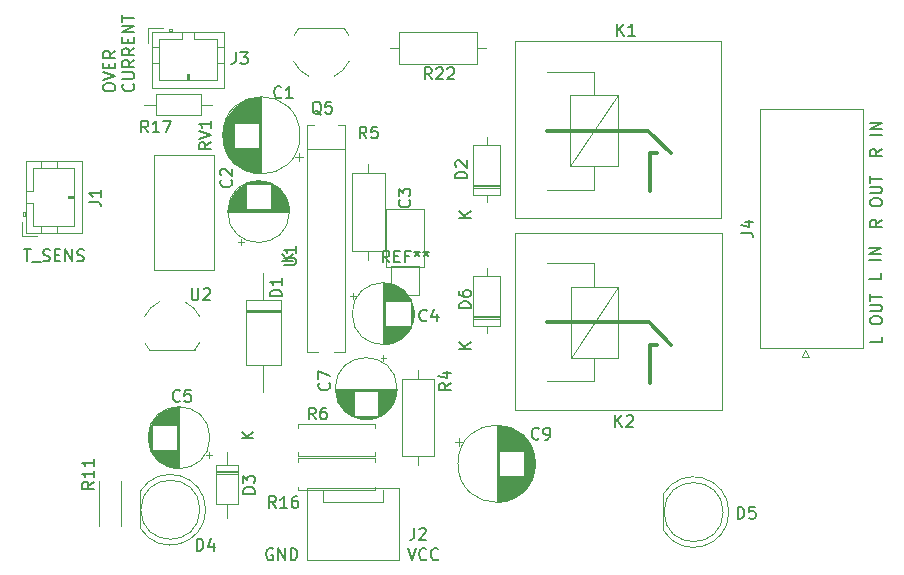
<source format=gbr>
%TF.GenerationSoftware,KiCad,Pcbnew,7.0.9*%
%TF.CreationDate,2023-11-29T12:33:44+01:00*%
%TF.ProjectId,Zabezpieczenie UPC1237,5a616265-7a70-4696-9563-7a656e696520,rev?*%
%TF.SameCoordinates,Original*%
%TF.FileFunction,Legend,Top*%
%TF.FilePolarity,Positive*%
%FSLAX46Y46*%
G04 Gerber Fmt 4.6, Leading zero omitted, Abs format (unit mm)*
G04 Created by KiCad (PCBNEW 7.0.9) date 2023-11-29 12:33:44*
%MOMM*%
%LPD*%
G01*
G04 APERTURE LIST*
%ADD10C,0.200000*%
%ADD11C,0.150000*%
%ADD12C,0.120000*%
%ADD13C,0.300000*%
G04 APERTURE END LIST*
D10*
X106757219Y-103139850D02*
X106757219Y-102949374D01*
X106757219Y-102949374D02*
X106804838Y-102854136D01*
X106804838Y-102854136D02*
X106900076Y-102758898D01*
X106900076Y-102758898D02*
X107090552Y-102711279D01*
X107090552Y-102711279D02*
X107423885Y-102711279D01*
X107423885Y-102711279D02*
X107614361Y-102758898D01*
X107614361Y-102758898D02*
X107709600Y-102854136D01*
X107709600Y-102854136D02*
X107757219Y-102949374D01*
X107757219Y-102949374D02*
X107757219Y-103139850D01*
X107757219Y-103139850D02*
X107709600Y-103235088D01*
X107709600Y-103235088D02*
X107614361Y-103330326D01*
X107614361Y-103330326D02*
X107423885Y-103377945D01*
X107423885Y-103377945D02*
X107090552Y-103377945D01*
X107090552Y-103377945D02*
X106900076Y-103330326D01*
X106900076Y-103330326D02*
X106804838Y-103235088D01*
X106804838Y-103235088D02*
X106757219Y-103139850D01*
X106757219Y-102425564D02*
X107757219Y-102092231D01*
X107757219Y-102092231D02*
X106757219Y-101758898D01*
X107233409Y-101425564D02*
X107233409Y-101092231D01*
X107757219Y-100949374D02*
X107757219Y-101425564D01*
X107757219Y-101425564D02*
X106757219Y-101425564D01*
X106757219Y-101425564D02*
X106757219Y-100949374D01*
X107757219Y-99949374D02*
X107281028Y-100282707D01*
X107757219Y-100520802D02*
X106757219Y-100520802D01*
X106757219Y-100520802D02*
X106757219Y-100139850D01*
X106757219Y-100139850D02*
X106804838Y-100044612D01*
X106804838Y-100044612D02*
X106852457Y-99996993D01*
X106852457Y-99996993D02*
X106947695Y-99949374D01*
X106947695Y-99949374D02*
X107090552Y-99949374D01*
X107090552Y-99949374D02*
X107185790Y-99996993D01*
X107185790Y-99996993D02*
X107233409Y-100044612D01*
X107233409Y-100044612D02*
X107281028Y-100139850D01*
X107281028Y-100139850D02*
X107281028Y-100520802D01*
X109271980Y-102758898D02*
X109319600Y-102806517D01*
X109319600Y-102806517D02*
X109367219Y-102949374D01*
X109367219Y-102949374D02*
X109367219Y-103044612D01*
X109367219Y-103044612D02*
X109319600Y-103187469D01*
X109319600Y-103187469D02*
X109224361Y-103282707D01*
X109224361Y-103282707D02*
X109129123Y-103330326D01*
X109129123Y-103330326D02*
X108938647Y-103377945D01*
X108938647Y-103377945D02*
X108795790Y-103377945D01*
X108795790Y-103377945D02*
X108605314Y-103330326D01*
X108605314Y-103330326D02*
X108510076Y-103282707D01*
X108510076Y-103282707D02*
X108414838Y-103187469D01*
X108414838Y-103187469D02*
X108367219Y-103044612D01*
X108367219Y-103044612D02*
X108367219Y-102949374D01*
X108367219Y-102949374D02*
X108414838Y-102806517D01*
X108414838Y-102806517D02*
X108462457Y-102758898D01*
X108367219Y-102330326D02*
X109176742Y-102330326D01*
X109176742Y-102330326D02*
X109271980Y-102282707D01*
X109271980Y-102282707D02*
X109319600Y-102235088D01*
X109319600Y-102235088D02*
X109367219Y-102139850D01*
X109367219Y-102139850D02*
X109367219Y-101949374D01*
X109367219Y-101949374D02*
X109319600Y-101854136D01*
X109319600Y-101854136D02*
X109271980Y-101806517D01*
X109271980Y-101806517D02*
X109176742Y-101758898D01*
X109176742Y-101758898D02*
X108367219Y-101758898D01*
X109367219Y-100711279D02*
X108891028Y-101044612D01*
X109367219Y-101282707D02*
X108367219Y-101282707D01*
X108367219Y-101282707D02*
X108367219Y-100901755D01*
X108367219Y-100901755D02*
X108414838Y-100806517D01*
X108414838Y-100806517D02*
X108462457Y-100758898D01*
X108462457Y-100758898D02*
X108557695Y-100711279D01*
X108557695Y-100711279D02*
X108700552Y-100711279D01*
X108700552Y-100711279D02*
X108795790Y-100758898D01*
X108795790Y-100758898D02*
X108843409Y-100806517D01*
X108843409Y-100806517D02*
X108891028Y-100901755D01*
X108891028Y-100901755D02*
X108891028Y-101282707D01*
X109367219Y-99711279D02*
X108891028Y-100044612D01*
X109367219Y-100282707D02*
X108367219Y-100282707D01*
X108367219Y-100282707D02*
X108367219Y-99901755D01*
X108367219Y-99901755D02*
X108414838Y-99806517D01*
X108414838Y-99806517D02*
X108462457Y-99758898D01*
X108462457Y-99758898D02*
X108557695Y-99711279D01*
X108557695Y-99711279D02*
X108700552Y-99711279D01*
X108700552Y-99711279D02*
X108795790Y-99758898D01*
X108795790Y-99758898D02*
X108843409Y-99806517D01*
X108843409Y-99806517D02*
X108891028Y-99901755D01*
X108891028Y-99901755D02*
X108891028Y-100282707D01*
X108843409Y-99282707D02*
X108843409Y-98949374D01*
X109367219Y-98806517D02*
X109367219Y-99282707D01*
X109367219Y-99282707D02*
X108367219Y-99282707D01*
X108367219Y-99282707D02*
X108367219Y-98806517D01*
X109367219Y-98377945D02*
X108367219Y-98377945D01*
X108367219Y-98377945D02*
X109367219Y-97806517D01*
X109367219Y-97806517D02*
X108367219Y-97806517D01*
X108367219Y-97473183D02*
X108367219Y-96901755D01*
X109367219Y-97187469D02*
X108367219Y-97187469D01*
X172667219Y-124154136D02*
X172667219Y-124630326D01*
X172667219Y-124630326D02*
X171667219Y-124630326D01*
X171667219Y-122868421D02*
X171667219Y-122677945D01*
X171667219Y-122677945D02*
X171714838Y-122582707D01*
X171714838Y-122582707D02*
X171810076Y-122487469D01*
X171810076Y-122487469D02*
X172000552Y-122439850D01*
X172000552Y-122439850D02*
X172333885Y-122439850D01*
X172333885Y-122439850D02*
X172524361Y-122487469D01*
X172524361Y-122487469D02*
X172619600Y-122582707D01*
X172619600Y-122582707D02*
X172667219Y-122677945D01*
X172667219Y-122677945D02*
X172667219Y-122868421D01*
X172667219Y-122868421D02*
X172619600Y-122963659D01*
X172619600Y-122963659D02*
X172524361Y-123058897D01*
X172524361Y-123058897D02*
X172333885Y-123106516D01*
X172333885Y-123106516D02*
X172000552Y-123106516D01*
X172000552Y-123106516D02*
X171810076Y-123058897D01*
X171810076Y-123058897D02*
X171714838Y-122963659D01*
X171714838Y-122963659D02*
X171667219Y-122868421D01*
X171667219Y-122011278D02*
X172476742Y-122011278D01*
X172476742Y-122011278D02*
X172571980Y-121963659D01*
X172571980Y-121963659D02*
X172619600Y-121916040D01*
X172619600Y-121916040D02*
X172667219Y-121820802D01*
X172667219Y-121820802D02*
X172667219Y-121630326D01*
X172667219Y-121630326D02*
X172619600Y-121535088D01*
X172619600Y-121535088D02*
X172571980Y-121487469D01*
X172571980Y-121487469D02*
X172476742Y-121439850D01*
X172476742Y-121439850D02*
X171667219Y-121439850D01*
X171667219Y-121106516D02*
X171667219Y-120535088D01*
X172667219Y-120820802D02*
X171667219Y-120820802D01*
X172667219Y-108258898D02*
X172191028Y-108592231D01*
X172667219Y-108830326D02*
X171667219Y-108830326D01*
X171667219Y-108830326D02*
X171667219Y-108449374D01*
X171667219Y-108449374D02*
X171714838Y-108354136D01*
X171714838Y-108354136D02*
X171762457Y-108306517D01*
X171762457Y-108306517D02*
X171857695Y-108258898D01*
X171857695Y-108258898D02*
X172000552Y-108258898D01*
X172000552Y-108258898D02*
X172095790Y-108306517D01*
X172095790Y-108306517D02*
X172143409Y-108354136D01*
X172143409Y-108354136D02*
X172191028Y-108449374D01*
X172191028Y-108449374D02*
X172191028Y-108830326D01*
X172667219Y-107068421D02*
X171667219Y-107068421D01*
X172667219Y-106592231D02*
X171667219Y-106592231D01*
X171667219Y-106592231D02*
X172667219Y-106020803D01*
X172667219Y-106020803D02*
X171667219Y-106020803D01*
X132526816Y-142067219D02*
X132860149Y-143067219D01*
X132860149Y-143067219D02*
X133193482Y-142067219D01*
X134098244Y-142971980D02*
X134050625Y-143019600D01*
X134050625Y-143019600D02*
X133907768Y-143067219D01*
X133907768Y-143067219D02*
X133812530Y-143067219D01*
X133812530Y-143067219D02*
X133669673Y-143019600D01*
X133669673Y-143019600D02*
X133574435Y-142924361D01*
X133574435Y-142924361D02*
X133526816Y-142829123D01*
X133526816Y-142829123D02*
X133479197Y-142638647D01*
X133479197Y-142638647D02*
X133479197Y-142495790D01*
X133479197Y-142495790D02*
X133526816Y-142305314D01*
X133526816Y-142305314D02*
X133574435Y-142210076D01*
X133574435Y-142210076D02*
X133669673Y-142114838D01*
X133669673Y-142114838D02*
X133812530Y-142067219D01*
X133812530Y-142067219D02*
X133907768Y-142067219D01*
X133907768Y-142067219D02*
X134050625Y-142114838D01*
X134050625Y-142114838D02*
X134098244Y-142162457D01*
X135098244Y-142971980D02*
X135050625Y-143019600D01*
X135050625Y-143019600D02*
X134907768Y-143067219D01*
X134907768Y-143067219D02*
X134812530Y-143067219D01*
X134812530Y-143067219D02*
X134669673Y-143019600D01*
X134669673Y-143019600D02*
X134574435Y-142924361D01*
X134574435Y-142924361D02*
X134526816Y-142829123D01*
X134526816Y-142829123D02*
X134479197Y-142638647D01*
X134479197Y-142638647D02*
X134479197Y-142495790D01*
X134479197Y-142495790D02*
X134526816Y-142305314D01*
X134526816Y-142305314D02*
X134574435Y-142210076D01*
X134574435Y-142210076D02*
X134669673Y-142114838D01*
X134669673Y-142114838D02*
X134812530Y-142067219D01*
X134812530Y-142067219D02*
X134907768Y-142067219D01*
X134907768Y-142067219D02*
X135050625Y-142114838D01*
X135050625Y-142114838D02*
X135098244Y-142162457D01*
X172667219Y-114258898D02*
X172191028Y-114592231D01*
X172667219Y-114830326D02*
X171667219Y-114830326D01*
X171667219Y-114830326D02*
X171667219Y-114449374D01*
X171667219Y-114449374D02*
X171714838Y-114354136D01*
X171714838Y-114354136D02*
X171762457Y-114306517D01*
X171762457Y-114306517D02*
X171857695Y-114258898D01*
X171857695Y-114258898D02*
X172000552Y-114258898D01*
X172000552Y-114258898D02*
X172095790Y-114306517D01*
X172095790Y-114306517D02*
X172143409Y-114354136D01*
X172143409Y-114354136D02*
X172191028Y-114449374D01*
X172191028Y-114449374D02*
X172191028Y-114830326D01*
X171667219Y-112877945D02*
X171667219Y-112687469D01*
X171667219Y-112687469D02*
X171714838Y-112592231D01*
X171714838Y-112592231D02*
X171810076Y-112496993D01*
X171810076Y-112496993D02*
X172000552Y-112449374D01*
X172000552Y-112449374D02*
X172333885Y-112449374D01*
X172333885Y-112449374D02*
X172524361Y-112496993D01*
X172524361Y-112496993D02*
X172619600Y-112592231D01*
X172619600Y-112592231D02*
X172667219Y-112687469D01*
X172667219Y-112687469D02*
X172667219Y-112877945D01*
X172667219Y-112877945D02*
X172619600Y-112973183D01*
X172619600Y-112973183D02*
X172524361Y-113068421D01*
X172524361Y-113068421D02*
X172333885Y-113116040D01*
X172333885Y-113116040D02*
X172000552Y-113116040D01*
X172000552Y-113116040D02*
X171810076Y-113068421D01*
X171810076Y-113068421D02*
X171714838Y-112973183D01*
X171714838Y-112973183D02*
X171667219Y-112877945D01*
X171667219Y-112020802D02*
X172476742Y-112020802D01*
X172476742Y-112020802D02*
X172571980Y-111973183D01*
X172571980Y-111973183D02*
X172619600Y-111925564D01*
X172619600Y-111925564D02*
X172667219Y-111830326D01*
X172667219Y-111830326D02*
X172667219Y-111639850D01*
X172667219Y-111639850D02*
X172619600Y-111544612D01*
X172619600Y-111544612D02*
X172571980Y-111496993D01*
X172571980Y-111496993D02*
X172476742Y-111449374D01*
X172476742Y-111449374D02*
X171667219Y-111449374D01*
X171667219Y-111116040D02*
X171667219Y-110544612D01*
X172667219Y-110830326D02*
X171667219Y-110830326D01*
X100026816Y-116767219D02*
X100598244Y-116767219D01*
X100312530Y-117767219D02*
X100312530Y-116767219D01*
X100693483Y-117862457D02*
X101455387Y-117862457D01*
X101645864Y-117719600D02*
X101788721Y-117767219D01*
X101788721Y-117767219D02*
X102026816Y-117767219D01*
X102026816Y-117767219D02*
X102122054Y-117719600D01*
X102122054Y-117719600D02*
X102169673Y-117671980D01*
X102169673Y-117671980D02*
X102217292Y-117576742D01*
X102217292Y-117576742D02*
X102217292Y-117481504D01*
X102217292Y-117481504D02*
X102169673Y-117386266D01*
X102169673Y-117386266D02*
X102122054Y-117338647D01*
X102122054Y-117338647D02*
X102026816Y-117291028D01*
X102026816Y-117291028D02*
X101836340Y-117243409D01*
X101836340Y-117243409D02*
X101741102Y-117195790D01*
X101741102Y-117195790D02*
X101693483Y-117148171D01*
X101693483Y-117148171D02*
X101645864Y-117052933D01*
X101645864Y-117052933D02*
X101645864Y-116957695D01*
X101645864Y-116957695D02*
X101693483Y-116862457D01*
X101693483Y-116862457D02*
X101741102Y-116814838D01*
X101741102Y-116814838D02*
X101836340Y-116767219D01*
X101836340Y-116767219D02*
X102074435Y-116767219D01*
X102074435Y-116767219D02*
X102217292Y-116814838D01*
X102645864Y-117243409D02*
X102979197Y-117243409D01*
X103122054Y-117767219D02*
X102645864Y-117767219D01*
X102645864Y-117767219D02*
X102645864Y-116767219D01*
X102645864Y-116767219D02*
X103122054Y-116767219D01*
X103550626Y-117767219D02*
X103550626Y-116767219D01*
X103550626Y-116767219D02*
X104122054Y-117767219D01*
X104122054Y-117767219D02*
X104122054Y-116767219D01*
X104550626Y-117719600D02*
X104693483Y-117767219D01*
X104693483Y-117767219D02*
X104931578Y-117767219D01*
X104931578Y-117767219D02*
X105026816Y-117719600D01*
X105026816Y-117719600D02*
X105074435Y-117671980D01*
X105074435Y-117671980D02*
X105122054Y-117576742D01*
X105122054Y-117576742D02*
X105122054Y-117481504D01*
X105122054Y-117481504D02*
X105074435Y-117386266D01*
X105074435Y-117386266D02*
X105026816Y-117338647D01*
X105026816Y-117338647D02*
X104931578Y-117291028D01*
X104931578Y-117291028D02*
X104741102Y-117243409D01*
X104741102Y-117243409D02*
X104645864Y-117195790D01*
X104645864Y-117195790D02*
X104598245Y-117148171D01*
X104598245Y-117148171D02*
X104550626Y-117052933D01*
X104550626Y-117052933D02*
X104550626Y-116957695D01*
X104550626Y-116957695D02*
X104598245Y-116862457D01*
X104598245Y-116862457D02*
X104645864Y-116814838D01*
X104645864Y-116814838D02*
X104741102Y-116767219D01*
X104741102Y-116767219D02*
X104979197Y-116767219D01*
X104979197Y-116767219D02*
X105122054Y-116814838D01*
X121093482Y-142114838D02*
X120998244Y-142067219D01*
X120998244Y-142067219D02*
X120855387Y-142067219D01*
X120855387Y-142067219D02*
X120712530Y-142114838D01*
X120712530Y-142114838D02*
X120617292Y-142210076D01*
X120617292Y-142210076D02*
X120569673Y-142305314D01*
X120569673Y-142305314D02*
X120522054Y-142495790D01*
X120522054Y-142495790D02*
X120522054Y-142638647D01*
X120522054Y-142638647D02*
X120569673Y-142829123D01*
X120569673Y-142829123D02*
X120617292Y-142924361D01*
X120617292Y-142924361D02*
X120712530Y-143019600D01*
X120712530Y-143019600D02*
X120855387Y-143067219D01*
X120855387Y-143067219D02*
X120950625Y-143067219D01*
X120950625Y-143067219D02*
X121093482Y-143019600D01*
X121093482Y-143019600D02*
X121141101Y-142971980D01*
X121141101Y-142971980D02*
X121141101Y-142638647D01*
X121141101Y-142638647D02*
X120950625Y-142638647D01*
X121569673Y-143067219D02*
X121569673Y-142067219D01*
X121569673Y-142067219D02*
X122141101Y-143067219D01*
X122141101Y-143067219D02*
X122141101Y-142067219D01*
X122617292Y-143067219D02*
X122617292Y-142067219D01*
X122617292Y-142067219D02*
X122855387Y-142067219D01*
X122855387Y-142067219D02*
X122998244Y-142114838D01*
X122998244Y-142114838D02*
X123093482Y-142210076D01*
X123093482Y-142210076D02*
X123141101Y-142305314D01*
X123141101Y-142305314D02*
X123188720Y-142495790D01*
X123188720Y-142495790D02*
X123188720Y-142638647D01*
X123188720Y-142638647D02*
X123141101Y-142829123D01*
X123141101Y-142829123D02*
X123093482Y-142924361D01*
X123093482Y-142924361D02*
X122998244Y-143019600D01*
X122998244Y-143019600D02*
X122855387Y-143067219D01*
X122855387Y-143067219D02*
X122617292Y-143067219D01*
X172567219Y-118754136D02*
X172567219Y-119230326D01*
X172567219Y-119230326D02*
X171567219Y-119230326D01*
X172567219Y-117658897D02*
X171567219Y-117658897D01*
X172567219Y-117182707D02*
X171567219Y-117182707D01*
X171567219Y-117182707D02*
X172567219Y-116611279D01*
X172567219Y-116611279D02*
X171567219Y-116611279D01*
D11*
X110557142Y-106854819D02*
X110223809Y-106378628D01*
X109985714Y-106854819D02*
X109985714Y-105854819D01*
X109985714Y-105854819D02*
X110366666Y-105854819D01*
X110366666Y-105854819D02*
X110461904Y-105902438D01*
X110461904Y-105902438D02*
X110509523Y-105950057D01*
X110509523Y-105950057D02*
X110557142Y-106045295D01*
X110557142Y-106045295D02*
X110557142Y-106188152D01*
X110557142Y-106188152D02*
X110509523Y-106283390D01*
X110509523Y-106283390D02*
X110461904Y-106331009D01*
X110461904Y-106331009D02*
X110366666Y-106378628D01*
X110366666Y-106378628D02*
X109985714Y-106378628D01*
X111509523Y-106854819D02*
X110938095Y-106854819D01*
X111223809Y-106854819D02*
X111223809Y-105854819D01*
X111223809Y-105854819D02*
X111128571Y-105997676D01*
X111128571Y-105997676D02*
X111033333Y-106092914D01*
X111033333Y-106092914D02*
X110938095Y-106140533D01*
X111842857Y-105854819D02*
X112509523Y-105854819D01*
X112509523Y-105854819D02*
X112080952Y-106854819D01*
X117966666Y-100054819D02*
X117966666Y-100769104D01*
X117966666Y-100769104D02*
X117919047Y-100911961D01*
X117919047Y-100911961D02*
X117823809Y-101007200D01*
X117823809Y-101007200D02*
X117680952Y-101054819D01*
X117680952Y-101054819D02*
X117585714Y-101054819D01*
X118347619Y-100054819D02*
X118966666Y-100054819D01*
X118966666Y-100054819D02*
X118633333Y-100435771D01*
X118633333Y-100435771D02*
X118776190Y-100435771D01*
X118776190Y-100435771D02*
X118871428Y-100483390D01*
X118871428Y-100483390D02*
X118919047Y-100531009D01*
X118919047Y-100531009D02*
X118966666Y-100626247D01*
X118966666Y-100626247D02*
X118966666Y-100864342D01*
X118966666Y-100864342D02*
X118919047Y-100959580D01*
X118919047Y-100959580D02*
X118871428Y-101007200D01*
X118871428Y-101007200D02*
X118776190Y-101054819D01*
X118776190Y-101054819D02*
X118490476Y-101054819D01*
X118490476Y-101054819D02*
X118395238Y-101007200D01*
X118395238Y-101007200D02*
X118347619Y-100959580D01*
X134133333Y-122759580D02*
X134085714Y-122807200D01*
X134085714Y-122807200D02*
X133942857Y-122854819D01*
X133942857Y-122854819D02*
X133847619Y-122854819D01*
X133847619Y-122854819D02*
X133704762Y-122807200D01*
X133704762Y-122807200D02*
X133609524Y-122711961D01*
X133609524Y-122711961D02*
X133561905Y-122616723D01*
X133561905Y-122616723D02*
X133514286Y-122426247D01*
X133514286Y-122426247D02*
X133514286Y-122283390D01*
X133514286Y-122283390D02*
X133561905Y-122092914D01*
X133561905Y-122092914D02*
X133609524Y-121997676D01*
X133609524Y-121997676D02*
X133704762Y-121902438D01*
X133704762Y-121902438D02*
X133847619Y-121854819D01*
X133847619Y-121854819D02*
X133942857Y-121854819D01*
X133942857Y-121854819D02*
X134085714Y-121902438D01*
X134085714Y-121902438D02*
X134133333Y-121950057D01*
X134990476Y-122188152D02*
X134990476Y-122854819D01*
X134752381Y-121807200D02*
X134514286Y-122521485D01*
X134514286Y-122521485D02*
X135133333Y-122521485D01*
X121854819Y-120738094D02*
X120854819Y-120738094D01*
X120854819Y-120738094D02*
X120854819Y-120499999D01*
X120854819Y-120499999D02*
X120902438Y-120357142D01*
X120902438Y-120357142D02*
X120997676Y-120261904D01*
X120997676Y-120261904D02*
X121092914Y-120214285D01*
X121092914Y-120214285D02*
X121283390Y-120166666D01*
X121283390Y-120166666D02*
X121426247Y-120166666D01*
X121426247Y-120166666D02*
X121616723Y-120214285D01*
X121616723Y-120214285D02*
X121711961Y-120261904D01*
X121711961Y-120261904D02*
X121807200Y-120357142D01*
X121807200Y-120357142D02*
X121854819Y-120499999D01*
X121854819Y-120499999D02*
X121854819Y-120738094D01*
X121854819Y-119214285D02*
X121854819Y-119785713D01*
X121854819Y-119499999D02*
X120854819Y-119499999D01*
X120854819Y-119499999D02*
X120997676Y-119595237D01*
X120997676Y-119595237D02*
X121092914Y-119690475D01*
X121092914Y-119690475D02*
X121140533Y-119785713D01*
X122854819Y-117711904D02*
X121854819Y-117711904D01*
X122854819Y-117140476D02*
X122283390Y-117569047D01*
X121854819Y-117140476D02*
X122426247Y-117711904D01*
X124733333Y-131154819D02*
X124400000Y-130678628D01*
X124161905Y-131154819D02*
X124161905Y-130154819D01*
X124161905Y-130154819D02*
X124542857Y-130154819D01*
X124542857Y-130154819D02*
X124638095Y-130202438D01*
X124638095Y-130202438D02*
X124685714Y-130250057D01*
X124685714Y-130250057D02*
X124733333Y-130345295D01*
X124733333Y-130345295D02*
X124733333Y-130488152D01*
X124733333Y-130488152D02*
X124685714Y-130583390D01*
X124685714Y-130583390D02*
X124638095Y-130631009D01*
X124638095Y-130631009D02*
X124542857Y-130678628D01*
X124542857Y-130678628D02*
X124161905Y-130678628D01*
X125590476Y-130154819D02*
X125400000Y-130154819D01*
X125400000Y-130154819D02*
X125304762Y-130202438D01*
X125304762Y-130202438D02*
X125257143Y-130250057D01*
X125257143Y-130250057D02*
X125161905Y-130392914D01*
X125161905Y-130392914D02*
X125114286Y-130583390D01*
X125114286Y-130583390D02*
X125114286Y-130964342D01*
X125114286Y-130964342D02*
X125161905Y-131059580D01*
X125161905Y-131059580D02*
X125209524Y-131107200D01*
X125209524Y-131107200D02*
X125304762Y-131154819D01*
X125304762Y-131154819D02*
X125495238Y-131154819D01*
X125495238Y-131154819D02*
X125590476Y-131107200D01*
X125590476Y-131107200D02*
X125638095Y-131059580D01*
X125638095Y-131059580D02*
X125685714Y-130964342D01*
X125685714Y-130964342D02*
X125685714Y-130726247D01*
X125685714Y-130726247D02*
X125638095Y-130631009D01*
X125638095Y-130631009D02*
X125590476Y-130583390D01*
X125590476Y-130583390D02*
X125495238Y-130535771D01*
X125495238Y-130535771D02*
X125304762Y-130535771D01*
X125304762Y-130535771D02*
X125209524Y-130583390D01*
X125209524Y-130583390D02*
X125161905Y-130631009D01*
X125161905Y-130631009D02*
X125114286Y-130726247D01*
X113233333Y-129559580D02*
X113185714Y-129607200D01*
X113185714Y-129607200D02*
X113042857Y-129654819D01*
X113042857Y-129654819D02*
X112947619Y-129654819D01*
X112947619Y-129654819D02*
X112804762Y-129607200D01*
X112804762Y-129607200D02*
X112709524Y-129511961D01*
X112709524Y-129511961D02*
X112661905Y-129416723D01*
X112661905Y-129416723D02*
X112614286Y-129226247D01*
X112614286Y-129226247D02*
X112614286Y-129083390D01*
X112614286Y-129083390D02*
X112661905Y-128892914D01*
X112661905Y-128892914D02*
X112709524Y-128797676D01*
X112709524Y-128797676D02*
X112804762Y-128702438D01*
X112804762Y-128702438D02*
X112947619Y-128654819D01*
X112947619Y-128654819D02*
X113042857Y-128654819D01*
X113042857Y-128654819D02*
X113185714Y-128702438D01*
X113185714Y-128702438D02*
X113233333Y-128750057D01*
X114138095Y-128654819D02*
X113661905Y-128654819D01*
X113661905Y-128654819D02*
X113614286Y-129131009D01*
X113614286Y-129131009D02*
X113661905Y-129083390D01*
X113661905Y-129083390D02*
X113757143Y-129035771D01*
X113757143Y-129035771D02*
X113995238Y-129035771D01*
X113995238Y-129035771D02*
X114090476Y-129083390D01*
X114090476Y-129083390D02*
X114138095Y-129131009D01*
X114138095Y-129131009D02*
X114185714Y-129226247D01*
X114185714Y-129226247D02*
X114185714Y-129464342D01*
X114185714Y-129464342D02*
X114138095Y-129559580D01*
X114138095Y-129559580D02*
X114090476Y-129607200D01*
X114090476Y-129607200D02*
X113995238Y-129654819D01*
X113995238Y-129654819D02*
X113757143Y-129654819D01*
X113757143Y-129654819D02*
X113661905Y-129607200D01*
X113661905Y-129607200D02*
X113614286Y-129559580D01*
X134557142Y-102354819D02*
X134223809Y-101878628D01*
X133985714Y-102354819D02*
X133985714Y-101354819D01*
X133985714Y-101354819D02*
X134366666Y-101354819D01*
X134366666Y-101354819D02*
X134461904Y-101402438D01*
X134461904Y-101402438D02*
X134509523Y-101450057D01*
X134509523Y-101450057D02*
X134557142Y-101545295D01*
X134557142Y-101545295D02*
X134557142Y-101688152D01*
X134557142Y-101688152D02*
X134509523Y-101783390D01*
X134509523Y-101783390D02*
X134461904Y-101831009D01*
X134461904Y-101831009D02*
X134366666Y-101878628D01*
X134366666Y-101878628D02*
X133985714Y-101878628D01*
X134938095Y-101450057D02*
X134985714Y-101402438D01*
X134985714Y-101402438D02*
X135080952Y-101354819D01*
X135080952Y-101354819D02*
X135319047Y-101354819D01*
X135319047Y-101354819D02*
X135414285Y-101402438D01*
X135414285Y-101402438D02*
X135461904Y-101450057D01*
X135461904Y-101450057D02*
X135509523Y-101545295D01*
X135509523Y-101545295D02*
X135509523Y-101640533D01*
X135509523Y-101640533D02*
X135461904Y-101783390D01*
X135461904Y-101783390D02*
X134890476Y-102354819D01*
X134890476Y-102354819D02*
X135509523Y-102354819D01*
X135890476Y-101450057D02*
X135938095Y-101402438D01*
X135938095Y-101402438D02*
X136033333Y-101354819D01*
X136033333Y-101354819D02*
X136271428Y-101354819D01*
X136271428Y-101354819D02*
X136366666Y-101402438D01*
X136366666Y-101402438D02*
X136414285Y-101450057D01*
X136414285Y-101450057D02*
X136461904Y-101545295D01*
X136461904Y-101545295D02*
X136461904Y-101640533D01*
X136461904Y-101640533D02*
X136414285Y-101783390D01*
X136414285Y-101783390D02*
X135842857Y-102354819D01*
X135842857Y-102354819D02*
X136461904Y-102354819D01*
X137554819Y-110738094D02*
X136554819Y-110738094D01*
X136554819Y-110738094D02*
X136554819Y-110499999D01*
X136554819Y-110499999D02*
X136602438Y-110357142D01*
X136602438Y-110357142D02*
X136697676Y-110261904D01*
X136697676Y-110261904D02*
X136792914Y-110214285D01*
X136792914Y-110214285D02*
X136983390Y-110166666D01*
X136983390Y-110166666D02*
X137126247Y-110166666D01*
X137126247Y-110166666D02*
X137316723Y-110214285D01*
X137316723Y-110214285D02*
X137411961Y-110261904D01*
X137411961Y-110261904D02*
X137507200Y-110357142D01*
X137507200Y-110357142D02*
X137554819Y-110499999D01*
X137554819Y-110499999D02*
X137554819Y-110738094D01*
X136650057Y-109785713D02*
X136602438Y-109738094D01*
X136602438Y-109738094D02*
X136554819Y-109642856D01*
X136554819Y-109642856D02*
X136554819Y-109404761D01*
X136554819Y-109404761D02*
X136602438Y-109309523D01*
X136602438Y-109309523D02*
X136650057Y-109261904D01*
X136650057Y-109261904D02*
X136745295Y-109214285D01*
X136745295Y-109214285D02*
X136840533Y-109214285D01*
X136840533Y-109214285D02*
X136983390Y-109261904D01*
X136983390Y-109261904D02*
X137554819Y-109833332D01*
X137554819Y-109833332D02*
X137554819Y-109214285D01*
X137854819Y-114071904D02*
X136854819Y-114071904D01*
X137854819Y-113500476D02*
X137283390Y-113929047D01*
X136854819Y-113500476D02*
X137426247Y-114071904D01*
X125859580Y-128066666D02*
X125907200Y-128114285D01*
X125907200Y-128114285D02*
X125954819Y-128257142D01*
X125954819Y-128257142D02*
X125954819Y-128352380D01*
X125954819Y-128352380D02*
X125907200Y-128495237D01*
X125907200Y-128495237D02*
X125811961Y-128590475D01*
X125811961Y-128590475D02*
X125716723Y-128638094D01*
X125716723Y-128638094D02*
X125526247Y-128685713D01*
X125526247Y-128685713D02*
X125383390Y-128685713D01*
X125383390Y-128685713D02*
X125192914Y-128638094D01*
X125192914Y-128638094D02*
X125097676Y-128590475D01*
X125097676Y-128590475D02*
X125002438Y-128495237D01*
X125002438Y-128495237D02*
X124954819Y-128352380D01*
X124954819Y-128352380D02*
X124954819Y-128257142D01*
X124954819Y-128257142D02*
X125002438Y-128114285D01*
X125002438Y-128114285D02*
X125050057Y-128066666D01*
X124954819Y-127733332D02*
X124954819Y-127066666D01*
X124954819Y-127066666D02*
X125954819Y-127495237D01*
X122054819Y-118061904D02*
X122864342Y-118061904D01*
X122864342Y-118061904D02*
X122959580Y-118014285D01*
X122959580Y-118014285D02*
X123007200Y-117966666D01*
X123007200Y-117966666D02*
X123054819Y-117871428D01*
X123054819Y-117871428D02*
X123054819Y-117680952D01*
X123054819Y-117680952D02*
X123007200Y-117585714D01*
X123007200Y-117585714D02*
X122959580Y-117538095D01*
X122959580Y-117538095D02*
X122864342Y-117490476D01*
X122864342Y-117490476D02*
X122054819Y-117490476D01*
X123054819Y-116490476D02*
X123054819Y-117061904D01*
X123054819Y-116776190D02*
X122054819Y-116776190D01*
X122054819Y-116776190D02*
X122197676Y-116871428D01*
X122197676Y-116871428D02*
X122292914Y-116966666D01*
X122292914Y-116966666D02*
X122340533Y-117061904D01*
X114238095Y-120054819D02*
X114238095Y-120864342D01*
X114238095Y-120864342D02*
X114285714Y-120959580D01*
X114285714Y-120959580D02*
X114333333Y-121007200D01*
X114333333Y-121007200D02*
X114428571Y-121054819D01*
X114428571Y-121054819D02*
X114619047Y-121054819D01*
X114619047Y-121054819D02*
X114714285Y-121007200D01*
X114714285Y-121007200D02*
X114761904Y-120959580D01*
X114761904Y-120959580D02*
X114809523Y-120864342D01*
X114809523Y-120864342D02*
X114809523Y-120054819D01*
X115238095Y-120150057D02*
X115285714Y-120102438D01*
X115285714Y-120102438D02*
X115380952Y-120054819D01*
X115380952Y-120054819D02*
X115619047Y-120054819D01*
X115619047Y-120054819D02*
X115714285Y-120102438D01*
X115714285Y-120102438D02*
X115761904Y-120150057D01*
X115761904Y-120150057D02*
X115809523Y-120245295D01*
X115809523Y-120245295D02*
X115809523Y-120340533D01*
X115809523Y-120340533D02*
X115761904Y-120483390D01*
X115761904Y-120483390D02*
X115190476Y-121054819D01*
X115190476Y-121054819D02*
X115809523Y-121054819D01*
X160754819Y-115333333D02*
X161469104Y-115333333D01*
X161469104Y-115333333D02*
X161611961Y-115380952D01*
X161611961Y-115380952D02*
X161707200Y-115476190D01*
X161707200Y-115476190D02*
X161754819Y-115619047D01*
X161754819Y-115619047D02*
X161754819Y-115714285D01*
X161088152Y-114428571D02*
X161754819Y-114428571D01*
X160707200Y-114666666D02*
X161421485Y-114904761D01*
X161421485Y-114904761D02*
X161421485Y-114285714D01*
X136154819Y-128066666D02*
X135678628Y-128399999D01*
X136154819Y-128638094D02*
X135154819Y-128638094D01*
X135154819Y-128638094D02*
X135154819Y-128257142D01*
X135154819Y-128257142D02*
X135202438Y-128161904D01*
X135202438Y-128161904D02*
X135250057Y-128114285D01*
X135250057Y-128114285D02*
X135345295Y-128066666D01*
X135345295Y-128066666D02*
X135488152Y-128066666D01*
X135488152Y-128066666D02*
X135583390Y-128114285D01*
X135583390Y-128114285D02*
X135631009Y-128161904D01*
X135631009Y-128161904D02*
X135678628Y-128257142D01*
X135678628Y-128257142D02*
X135678628Y-128638094D01*
X135488152Y-127209523D02*
X136154819Y-127209523D01*
X135107200Y-127447618D02*
X135821485Y-127685713D01*
X135821485Y-127685713D02*
X135821485Y-127066666D01*
X129033333Y-107354819D02*
X128700000Y-106878628D01*
X128461905Y-107354819D02*
X128461905Y-106354819D01*
X128461905Y-106354819D02*
X128842857Y-106354819D01*
X128842857Y-106354819D02*
X128938095Y-106402438D01*
X128938095Y-106402438D02*
X128985714Y-106450057D01*
X128985714Y-106450057D02*
X129033333Y-106545295D01*
X129033333Y-106545295D02*
X129033333Y-106688152D01*
X129033333Y-106688152D02*
X128985714Y-106783390D01*
X128985714Y-106783390D02*
X128938095Y-106831009D01*
X128938095Y-106831009D02*
X128842857Y-106878628D01*
X128842857Y-106878628D02*
X128461905Y-106878628D01*
X129938095Y-106354819D02*
X129461905Y-106354819D01*
X129461905Y-106354819D02*
X129414286Y-106831009D01*
X129414286Y-106831009D02*
X129461905Y-106783390D01*
X129461905Y-106783390D02*
X129557143Y-106735771D01*
X129557143Y-106735771D02*
X129795238Y-106735771D01*
X129795238Y-106735771D02*
X129890476Y-106783390D01*
X129890476Y-106783390D02*
X129938095Y-106831009D01*
X129938095Y-106831009D02*
X129985714Y-106926247D01*
X129985714Y-106926247D02*
X129985714Y-107164342D01*
X129985714Y-107164342D02*
X129938095Y-107259580D01*
X129938095Y-107259580D02*
X129890476Y-107307200D01*
X129890476Y-107307200D02*
X129795238Y-107354819D01*
X129795238Y-107354819D02*
X129557143Y-107354819D01*
X129557143Y-107354819D02*
X129461905Y-107307200D01*
X129461905Y-107307200D02*
X129414286Y-107259580D01*
X117559580Y-110871779D02*
X117607200Y-110919398D01*
X117607200Y-110919398D02*
X117654819Y-111062255D01*
X117654819Y-111062255D02*
X117654819Y-111157493D01*
X117654819Y-111157493D02*
X117607200Y-111300350D01*
X117607200Y-111300350D02*
X117511961Y-111395588D01*
X117511961Y-111395588D02*
X117416723Y-111443207D01*
X117416723Y-111443207D02*
X117226247Y-111490826D01*
X117226247Y-111490826D02*
X117083390Y-111490826D01*
X117083390Y-111490826D02*
X116892914Y-111443207D01*
X116892914Y-111443207D02*
X116797676Y-111395588D01*
X116797676Y-111395588D02*
X116702438Y-111300350D01*
X116702438Y-111300350D02*
X116654819Y-111157493D01*
X116654819Y-111157493D02*
X116654819Y-111062255D01*
X116654819Y-111062255D02*
X116702438Y-110919398D01*
X116702438Y-110919398D02*
X116750057Y-110871779D01*
X116750057Y-110490826D02*
X116702438Y-110443207D01*
X116702438Y-110443207D02*
X116654819Y-110347969D01*
X116654819Y-110347969D02*
X116654819Y-110109874D01*
X116654819Y-110109874D02*
X116702438Y-110014636D01*
X116702438Y-110014636D02*
X116750057Y-109967017D01*
X116750057Y-109967017D02*
X116845295Y-109919398D01*
X116845295Y-109919398D02*
X116940533Y-109919398D01*
X116940533Y-109919398D02*
X117083390Y-109967017D01*
X117083390Y-109967017D02*
X117654819Y-110538445D01*
X117654819Y-110538445D02*
X117654819Y-109919398D01*
X160461905Y-139554819D02*
X160461905Y-138554819D01*
X160461905Y-138554819D02*
X160700000Y-138554819D01*
X160700000Y-138554819D02*
X160842857Y-138602438D01*
X160842857Y-138602438D02*
X160938095Y-138697676D01*
X160938095Y-138697676D02*
X160985714Y-138792914D01*
X160985714Y-138792914D02*
X161033333Y-138983390D01*
X161033333Y-138983390D02*
X161033333Y-139126247D01*
X161033333Y-139126247D02*
X160985714Y-139316723D01*
X160985714Y-139316723D02*
X160938095Y-139411961D01*
X160938095Y-139411961D02*
X160842857Y-139507200D01*
X160842857Y-139507200D02*
X160700000Y-139554819D01*
X160700000Y-139554819D02*
X160461905Y-139554819D01*
X161938095Y-138554819D02*
X161461905Y-138554819D01*
X161461905Y-138554819D02*
X161414286Y-139031009D01*
X161414286Y-139031009D02*
X161461905Y-138983390D01*
X161461905Y-138983390D02*
X161557143Y-138935771D01*
X161557143Y-138935771D02*
X161795238Y-138935771D01*
X161795238Y-138935771D02*
X161890476Y-138983390D01*
X161890476Y-138983390D02*
X161938095Y-139031009D01*
X161938095Y-139031009D02*
X161985714Y-139126247D01*
X161985714Y-139126247D02*
X161985714Y-139364342D01*
X161985714Y-139364342D02*
X161938095Y-139459580D01*
X161938095Y-139459580D02*
X161890476Y-139507200D01*
X161890476Y-139507200D02*
X161795238Y-139554819D01*
X161795238Y-139554819D02*
X161557143Y-139554819D01*
X161557143Y-139554819D02*
X161461905Y-139507200D01*
X161461905Y-139507200D02*
X161414286Y-139459580D01*
X114661905Y-142254819D02*
X114661905Y-141254819D01*
X114661905Y-141254819D02*
X114900000Y-141254819D01*
X114900000Y-141254819D02*
X115042857Y-141302438D01*
X115042857Y-141302438D02*
X115138095Y-141397676D01*
X115138095Y-141397676D02*
X115185714Y-141492914D01*
X115185714Y-141492914D02*
X115233333Y-141683390D01*
X115233333Y-141683390D02*
X115233333Y-141826247D01*
X115233333Y-141826247D02*
X115185714Y-142016723D01*
X115185714Y-142016723D02*
X115138095Y-142111961D01*
X115138095Y-142111961D02*
X115042857Y-142207200D01*
X115042857Y-142207200D02*
X114900000Y-142254819D01*
X114900000Y-142254819D02*
X114661905Y-142254819D01*
X116090476Y-141588152D02*
X116090476Y-142254819D01*
X115852381Y-141207200D02*
X115614286Y-141921485D01*
X115614286Y-141921485D02*
X116233333Y-141921485D01*
X132659580Y-112566666D02*
X132707200Y-112614285D01*
X132707200Y-112614285D02*
X132754819Y-112757142D01*
X132754819Y-112757142D02*
X132754819Y-112852380D01*
X132754819Y-112852380D02*
X132707200Y-112995237D01*
X132707200Y-112995237D02*
X132611961Y-113090475D01*
X132611961Y-113090475D02*
X132516723Y-113138094D01*
X132516723Y-113138094D02*
X132326247Y-113185713D01*
X132326247Y-113185713D02*
X132183390Y-113185713D01*
X132183390Y-113185713D02*
X131992914Y-113138094D01*
X131992914Y-113138094D02*
X131897676Y-113090475D01*
X131897676Y-113090475D02*
X131802438Y-112995237D01*
X131802438Y-112995237D02*
X131754819Y-112852380D01*
X131754819Y-112852380D02*
X131754819Y-112757142D01*
X131754819Y-112757142D02*
X131802438Y-112614285D01*
X131802438Y-112614285D02*
X131850057Y-112566666D01*
X131754819Y-112233332D02*
X131754819Y-111614285D01*
X131754819Y-111614285D02*
X132135771Y-111947618D01*
X132135771Y-111947618D02*
X132135771Y-111804761D01*
X132135771Y-111804761D02*
X132183390Y-111709523D01*
X132183390Y-111709523D02*
X132231009Y-111661904D01*
X132231009Y-111661904D02*
X132326247Y-111614285D01*
X132326247Y-111614285D02*
X132564342Y-111614285D01*
X132564342Y-111614285D02*
X132659580Y-111661904D01*
X132659580Y-111661904D02*
X132707200Y-111709523D01*
X132707200Y-111709523D02*
X132754819Y-111804761D01*
X132754819Y-111804761D02*
X132754819Y-112090475D01*
X132754819Y-112090475D02*
X132707200Y-112185713D01*
X132707200Y-112185713D02*
X132659580Y-112233332D01*
X105954819Y-136442857D02*
X105478628Y-136776190D01*
X105954819Y-137014285D02*
X104954819Y-137014285D01*
X104954819Y-137014285D02*
X104954819Y-136633333D01*
X104954819Y-136633333D02*
X105002438Y-136538095D01*
X105002438Y-136538095D02*
X105050057Y-136490476D01*
X105050057Y-136490476D02*
X105145295Y-136442857D01*
X105145295Y-136442857D02*
X105288152Y-136442857D01*
X105288152Y-136442857D02*
X105383390Y-136490476D01*
X105383390Y-136490476D02*
X105431009Y-136538095D01*
X105431009Y-136538095D02*
X105478628Y-136633333D01*
X105478628Y-136633333D02*
X105478628Y-137014285D01*
X105954819Y-135490476D02*
X105954819Y-136061904D01*
X105954819Y-135776190D02*
X104954819Y-135776190D01*
X104954819Y-135776190D02*
X105097676Y-135871428D01*
X105097676Y-135871428D02*
X105192914Y-135966666D01*
X105192914Y-135966666D02*
X105240533Y-136061904D01*
X105954819Y-134538095D02*
X105954819Y-135109523D01*
X105954819Y-134823809D02*
X104954819Y-134823809D01*
X104954819Y-134823809D02*
X105097676Y-134919047D01*
X105097676Y-134919047D02*
X105192914Y-135014285D01*
X105192914Y-135014285D02*
X105240533Y-135109523D01*
X143633333Y-132759580D02*
X143585714Y-132807200D01*
X143585714Y-132807200D02*
X143442857Y-132854819D01*
X143442857Y-132854819D02*
X143347619Y-132854819D01*
X143347619Y-132854819D02*
X143204762Y-132807200D01*
X143204762Y-132807200D02*
X143109524Y-132711961D01*
X143109524Y-132711961D02*
X143061905Y-132616723D01*
X143061905Y-132616723D02*
X143014286Y-132426247D01*
X143014286Y-132426247D02*
X143014286Y-132283390D01*
X143014286Y-132283390D02*
X143061905Y-132092914D01*
X143061905Y-132092914D02*
X143109524Y-131997676D01*
X143109524Y-131997676D02*
X143204762Y-131902438D01*
X143204762Y-131902438D02*
X143347619Y-131854819D01*
X143347619Y-131854819D02*
X143442857Y-131854819D01*
X143442857Y-131854819D02*
X143585714Y-131902438D01*
X143585714Y-131902438D02*
X143633333Y-131950057D01*
X144109524Y-132854819D02*
X144300000Y-132854819D01*
X144300000Y-132854819D02*
X144395238Y-132807200D01*
X144395238Y-132807200D02*
X144442857Y-132759580D01*
X144442857Y-132759580D02*
X144538095Y-132616723D01*
X144538095Y-132616723D02*
X144585714Y-132426247D01*
X144585714Y-132426247D02*
X144585714Y-132045295D01*
X144585714Y-132045295D02*
X144538095Y-131950057D01*
X144538095Y-131950057D02*
X144490476Y-131902438D01*
X144490476Y-131902438D02*
X144395238Y-131854819D01*
X144395238Y-131854819D02*
X144204762Y-131854819D01*
X144204762Y-131854819D02*
X144109524Y-131902438D01*
X144109524Y-131902438D02*
X144061905Y-131950057D01*
X144061905Y-131950057D02*
X144014286Y-132045295D01*
X144014286Y-132045295D02*
X144014286Y-132283390D01*
X144014286Y-132283390D02*
X144061905Y-132378628D01*
X144061905Y-132378628D02*
X144109524Y-132426247D01*
X144109524Y-132426247D02*
X144204762Y-132473866D01*
X144204762Y-132473866D02*
X144395238Y-132473866D01*
X144395238Y-132473866D02*
X144490476Y-132426247D01*
X144490476Y-132426247D02*
X144538095Y-132378628D01*
X144538095Y-132378628D02*
X144585714Y-132283390D01*
X150101905Y-131794819D02*
X150101905Y-130794819D01*
X150673333Y-131794819D02*
X150244762Y-131223390D01*
X150673333Y-130794819D02*
X150101905Y-131366247D01*
X151054286Y-130890057D02*
X151101905Y-130842438D01*
X151101905Y-130842438D02*
X151197143Y-130794819D01*
X151197143Y-130794819D02*
X151435238Y-130794819D01*
X151435238Y-130794819D02*
X151530476Y-130842438D01*
X151530476Y-130842438D02*
X151578095Y-130890057D01*
X151578095Y-130890057D02*
X151625714Y-130985295D01*
X151625714Y-130985295D02*
X151625714Y-131080533D01*
X151625714Y-131080533D02*
X151578095Y-131223390D01*
X151578095Y-131223390D02*
X151006667Y-131794819D01*
X151006667Y-131794819D02*
X151625714Y-131794819D01*
X105554819Y-112733333D02*
X106269104Y-112733333D01*
X106269104Y-112733333D02*
X106411961Y-112780952D01*
X106411961Y-112780952D02*
X106507200Y-112876190D01*
X106507200Y-112876190D02*
X106554819Y-113019047D01*
X106554819Y-113019047D02*
X106554819Y-113114285D01*
X106554819Y-111733333D02*
X106554819Y-112304761D01*
X106554819Y-112019047D02*
X105554819Y-112019047D01*
X105554819Y-112019047D02*
X105697676Y-112114285D01*
X105697676Y-112114285D02*
X105792914Y-112209523D01*
X105792914Y-112209523D02*
X105840533Y-112304761D01*
X150261905Y-98654819D02*
X150261905Y-97654819D01*
X150833333Y-98654819D02*
X150404762Y-98083390D01*
X150833333Y-97654819D02*
X150261905Y-98226247D01*
X151785714Y-98654819D02*
X151214286Y-98654819D01*
X151500000Y-98654819D02*
X151500000Y-97654819D01*
X151500000Y-97654819D02*
X151404762Y-97797676D01*
X151404762Y-97797676D02*
X151309524Y-97892914D01*
X151309524Y-97892914D02*
X151214286Y-97940533D01*
X137854819Y-121738094D02*
X136854819Y-121738094D01*
X136854819Y-121738094D02*
X136854819Y-121499999D01*
X136854819Y-121499999D02*
X136902438Y-121357142D01*
X136902438Y-121357142D02*
X136997676Y-121261904D01*
X136997676Y-121261904D02*
X137092914Y-121214285D01*
X137092914Y-121214285D02*
X137283390Y-121166666D01*
X137283390Y-121166666D02*
X137426247Y-121166666D01*
X137426247Y-121166666D02*
X137616723Y-121214285D01*
X137616723Y-121214285D02*
X137711961Y-121261904D01*
X137711961Y-121261904D02*
X137807200Y-121357142D01*
X137807200Y-121357142D02*
X137854819Y-121499999D01*
X137854819Y-121499999D02*
X137854819Y-121738094D01*
X136854819Y-120309523D02*
X136854819Y-120499999D01*
X136854819Y-120499999D02*
X136902438Y-120595237D01*
X136902438Y-120595237D02*
X136950057Y-120642856D01*
X136950057Y-120642856D02*
X137092914Y-120738094D01*
X137092914Y-120738094D02*
X137283390Y-120785713D01*
X137283390Y-120785713D02*
X137664342Y-120785713D01*
X137664342Y-120785713D02*
X137759580Y-120738094D01*
X137759580Y-120738094D02*
X137807200Y-120690475D01*
X137807200Y-120690475D02*
X137854819Y-120595237D01*
X137854819Y-120595237D02*
X137854819Y-120404761D01*
X137854819Y-120404761D02*
X137807200Y-120309523D01*
X137807200Y-120309523D02*
X137759580Y-120261904D01*
X137759580Y-120261904D02*
X137664342Y-120214285D01*
X137664342Y-120214285D02*
X137426247Y-120214285D01*
X137426247Y-120214285D02*
X137331009Y-120261904D01*
X137331009Y-120261904D02*
X137283390Y-120309523D01*
X137283390Y-120309523D02*
X137235771Y-120404761D01*
X137235771Y-120404761D02*
X137235771Y-120595237D01*
X137235771Y-120595237D02*
X137283390Y-120690475D01*
X137283390Y-120690475D02*
X137331009Y-120738094D01*
X137331009Y-120738094D02*
X137426247Y-120785713D01*
X137854819Y-125171904D02*
X136854819Y-125171904D01*
X137854819Y-124600476D02*
X137283390Y-125029047D01*
X136854819Y-124600476D02*
X137426247Y-125171904D01*
X133066666Y-140354819D02*
X133066666Y-141069104D01*
X133066666Y-141069104D02*
X133019047Y-141211961D01*
X133019047Y-141211961D02*
X132923809Y-141307200D01*
X132923809Y-141307200D02*
X132780952Y-141354819D01*
X132780952Y-141354819D02*
X132685714Y-141354819D01*
X133495238Y-140450057D02*
X133542857Y-140402438D01*
X133542857Y-140402438D02*
X133638095Y-140354819D01*
X133638095Y-140354819D02*
X133876190Y-140354819D01*
X133876190Y-140354819D02*
X133971428Y-140402438D01*
X133971428Y-140402438D02*
X134019047Y-140450057D01*
X134019047Y-140450057D02*
X134066666Y-140545295D01*
X134066666Y-140545295D02*
X134066666Y-140640533D01*
X134066666Y-140640533D02*
X134019047Y-140783390D01*
X134019047Y-140783390D02*
X133447619Y-141354819D01*
X133447619Y-141354819D02*
X134066666Y-141354819D01*
X125204761Y-105350057D02*
X125109523Y-105302438D01*
X125109523Y-105302438D02*
X125014285Y-105207200D01*
X125014285Y-105207200D02*
X124871428Y-105064342D01*
X124871428Y-105064342D02*
X124776190Y-105016723D01*
X124776190Y-105016723D02*
X124680952Y-105016723D01*
X124728571Y-105254819D02*
X124633333Y-105207200D01*
X124633333Y-105207200D02*
X124538095Y-105111961D01*
X124538095Y-105111961D02*
X124490476Y-104921485D01*
X124490476Y-104921485D02*
X124490476Y-104588152D01*
X124490476Y-104588152D02*
X124538095Y-104397676D01*
X124538095Y-104397676D02*
X124633333Y-104302438D01*
X124633333Y-104302438D02*
X124728571Y-104254819D01*
X124728571Y-104254819D02*
X124919047Y-104254819D01*
X124919047Y-104254819D02*
X125014285Y-104302438D01*
X125014285Y-104302438D02*
X125109523Y-104397676D01*
X125109523Y-104397676D02*
X125157142Y-104588152D01*
X125157142Y-104588152D02*
X125157142Y-104921485D01*
X125157142Y-104921485D02*
X125109523Y-105111961D01*
X125109523Y-105111961D02*
X125014285Y-105207200D01*
X125014285Y-105207200D02*
X124919047Y-105254819D01*
X124919047Y-105254819D02*
X124728571Y-105254819D01*
X126061904Y-104254819D02*
X125585714Y-104254819D01*
X125585714Y-104254819D02*
X125538095Y-104731009D01*
X125538095Y-104731009D02*
X125585714Y-104683390D01*
X125585714Y-104683390D02*
X125680952Y-104635771D01*
X125680952Y-104635771D02*
X125919047Y-104635771D01*
X125919047Y-104635771D02*
X126014285Y-104683390D01*
X126014285Y-104683390D02*
X126061904Y-104731009D01*
X126061904Y-104731009D02*
X126109523Y-104826247D01*
X126109523Y-104826247D02*
X126109523Y-105064342D01*
X126109523Y-105064342D02*
X126061904Y-105159580D01*
X126061904Y-105159580D02*
X126014285Y-105207200D01*
X126014285Y-105207200D02*
X125919047Y-105254819D01*
X125919047Y-105254819D02*
X125680952Y-105254819D01*
X125680952Y-105254819D02*
X125585714Y-105207200D01*
X125585714Y-105207200D02*
X125538095Y-105159580D01*
X121833333Y-103859580D02*
X121785714Y-103907200D01*
X121785714Y-103907200D02*
X121642857Y-103954819D01*
X121642857Y-103954819D02*
X121547619Y-103954819D01*
X121547619Y-103954819D02*
X121404762Y-103907200D01*
X121404762Y-103907200D02*
X121309524Y-103811961D01*
X121309524Y-103811961D02*
X121261905Y-103716723D01*
X121261905Y-103716723D02*
X121214286Y-103526247D01*
X121214286Y-103526247D02*
X121214286Y-103383390D01*
X121214286Y-103383390D02*
X121261905Y-103192914D01*
X121261905Y-103192914D02*
X121309524Y-103097676D01*
X121309524Y-103097676D02*
X121404762Y-103002438D01*
X121404762Y-103002438D02*
X121547619Y-102954819D01*
X121547619Y-102954819D02*
X121642857Y-102954819D01*
X121642857Y-102954819D02*
X121785714Y-103002438D01*
X121785714Y-103002438D02*
X121833333Y-103050057D01*
X122785714Y-103954819D02*
X122214286Y-103954819D01*
X122500000Y-103954819D02*
X122500000Y-102954819D01*
X122500000Y-102954819D02*
X122404762Y-103097676D01*
X122404762Y-103097676D02*
X122309524Y-103192914D01*
X122309524Y-103192914D02*
X122214286Y-103240533D01*
X130966666Y-117856819D02*
X130633333Y-117380628D01*
X130395238Y-117856819D02*
X130395238Y-116856819D01*
X130395238Y-116856819D02*
X130776190Y-116856819D01*
X130776190Y-116856819D02*
X130871428Y-116904438D01*
X130871428Y-116904438D02*
X130919047Y-116952057D01*
X130919047Y-116952057D02*
X130966666Y-117047295D01*
X130966666Y-117047295D02*
X130966666Y-117190152D01*
X130966666Y-117190152D02*
X130919047Y-117285390D01*
X130919047Y-117285390D02*
X130871428Y-117333009D01*
X130871428Y-117333009D02*
X130776190Y-117380628D01*
X130776190Y-117380628D02*
X130395238Y-117380628D01*
X131395238Y-117333009D02*
X131728571Y-117333009D01*
X131871428Y-117856819D02*
X131395238Y-117856819D01*
X131395238Y-117856819D02*
X131395238Y-116856819D01*
X131395238Y-116856819D02*
X131871428Y-116856819D01*
X132633333Y-117333009D02*
X132300000Y-117333009D01*
X132300000Y-117856819D02*
X132300000Y-116856819D01*
X132300000Y-116856819D02*
X132776190Y-116856819D01*
X133300000Y-116856819D02*
X133300000Y-117094914D01*
X133061905Y-116999676D02*
X133300000Y-117094914D01*
X133300000Y-117094914D02*
X133538095Y-116999676D01*
X133157143Y-117285390D02*
X133300000Y-117094914D01*
X133300000Y-117094914D02*
X133442857Y-117285390D01*
X134061905Y-116856819D02*
X134061905Y-117094914D01*
X133823810Y-116999676D02*
X134061905Y-117094914D01*
X134061905Y-117094914D02*
X134300000Y-116999676D01*
X133919048Y-117285390D02*
X134061905Y-117094914D01*
X134061905Y-117094914D02*
X134204762Y-117285390D01*
X119574819Y-137433094D02*
X118574819Y-137433094D01*
X118574819Y-137433094D02*
X118574819Y-137194999D01*
X118574819Y-137194999D02*
X118622438Y-137052142D01*
X118622438Y-137052142D02*
X118717676Y-136956904D01*
X118717676Y-136956904D02*
X118812914Y-136909285D01*
X118812914Y-136909285D02*
X119003390Y-136861666D01*
X119003390Y-136861666D02*
X119146247Y-136861666D01*
X119146247Y-136861666D02*
X119336723Y-136909285D01*
X119336723Y-136909285D02*
X119431961Y-136956904D01*
X119431961Y-136956904D02*
X119527200Y-137052142D01*
X119527200Y-137052142D02*
X119574819Y-137194999D01*
X119574819Y-137194999D02*
X119574819Y-137433094D01*
X118574819Y-136528332D02*
X118574819Y-135909285D01*
X118574819Y-135909285D02*
X118955771Y-136242618D01*
X118955771Y-136242618D02*
X118955771Y-136099761D01*
X118955771Y-136099761D02*
X119003390Y-136004523D01*
X119003390Y-136004523D02*
X119051009Y-135956904D01*
X119051009Y-135956904D02*
X119146247Y-135909285D01*
X119146247Y-135909285D02*
X119384342Y-135909285D01*
X119384342Y-135909285D02*
X119479580Y-135956904D01*
X119479580Y-135956904D02*
X119527200Y-136004523D01*
X119527200Y-136004523D02*
X119574819Y-136099761D01*
X119574819Y-136099761D02*
X119574819Y-136385475D01*
X119574819Y-136385475D02*
X119527200Y-136480713D01*
X119527200Y-136480713D02*
X119479580Y-136528332D01*
X119454819Y-132761904D02*
X118454819Y-132761904D01*
X119454819Y-132190476D02*
X118883390Y-132619047D01*
X118454819Y-132190476D02*
X119026247Y-132761904D01*
X121357142Y-138654819D02*
X121023809Y-138178628D01*
X120785714Y-138654819D02*
X120785714Y-137654819D01*
X120785714Y-137654819D02*
X121166666Y-137654819D01*
X121166666Y-137654819D02*
X121261904Y-137702438D01*
X121261904Y-137702438D02*
X121309523Y-137750057D01*
X121309523Y-137750057D02*
X121357142Y-137845295D01*
X121357142Y-137845295D02*
X121357142Y-137988152D01*
X121357142Y-137988152D02*
X121309523Y-138083390D01*
X121309523Y-138083390D02*
X121261904Y-138131009D01*
X121261904Y-138131009D02*
X121166666Y-138178628D01*
X121166666Y-138178628D02*
X120785714Y-138178628D01*
X122309523Y-138654819D02*
X121738095Y-138654819D01*
X122023809Y-138654819D02*
X122023809Y-137654819D01*
X122023809Y-137654819D02*
X121928571Y-137797676D01*
X121928571Y-137797676D02*
X121833333Y-137892914D01*
X121833333Y-137892914D02*
X121738095Y-137940533D01*
X123166666Y-137654819D02*
X122976190Y-137654819D01*
X122976190Y-137654819D02*
X122880952Y-137702438D01*
X122880952Y-137702438D02*
X122833333Y-137750057D01*
X122833333Y-137750057D02*
X122738095Y-137892914D01*
X122738095Y-137892914D02*
X122690476Y-138083390D01*
X122690476Y-138083390D02*
X122690476Y-138464342D01*
X122690476Y-138464342D02*
X122738095Y-138559580D01*
X122738095Y-138559580D02*
X122785714Y-138607200D01*
X122785714Y-138607200D02*
X122880952Y-138654819D01*
X122880952Y-138654819D02*
X123071428Y-138654819D01*
X123071428Y-138654819D02*
X123166666Y-138607200D01*
X123166666Y-138607200D02*
X123214285Y-138559580D01*
X123214285Y-138559580D02*
X123261904Y-138464342D01*
X123261904Y-138464342D02*
X123261904Y-138226247D01*
X123261904Y-138226247D02*
X123214285Y-138131009D01*
X123214285Y-138131009D02*
X123166666Y-138083390D01*
X123166666Y-138083390D02*
X123071428Y-138035771D01*
X123071428Y-138035771D02*
X122880952Y-138035771D01*
X122880952Y-138035771D02*
X122785714Y-138083390D01*
X122785714Y-138083390D02*
X122738095Y-138131009D01*
X122738095Y-138131009D02*
X122690476Y-138226247D01*
X115854819Y-107695238D02*
X115378628Y-108028571D01*
X115854819Y-108266666D02*
X114854819Y-108266666D01*
X114854819Y-108266666D02*
X114854819Y-107885714D01*
X114854819Y-107885714D02*
X114902438Y-107790476D01*
X114902438Y-107790476D02*
X114950057Y-107742857D01*
X114950057Y-107742857D02*
X115045295Y-107695238D01*
X115045295Y-107695238D02*
X115188152Y-107695238D01*
X115188152Y-107695238D02*
X115283390Y-107742857D01*
X115283390Y-107742857D02*
X115331009Y-107790476D01*
X115331009Y-107790476D02*
X115378628Y-107885714D01*
X115378628Y-107885714D02*
X115378628Y-108266666D01*
X114854819Y-107409523D02*
X115854819Y-107076190D01*
X115854819Y-107076190D02*
X114854819Y-106742857D01*
X115854819Y-105885714D02*
X115854819Y-106457142D01*
X115854819Y-106171428D02*
X114854819Y-106171428D01*
X114854819Y-106171428D02*
X114997676Y-106266666D01*
X114997676Y-106266666D02*
X115092914Y-106361904D01*
X115092914Y-106361904D02*
X115140533Y-106457142D01*
D12*
%TO.C,R17*%
X115970000Y-104500000D02*
X115020000Y-104500000D01*
X115020000Y-105420000D02*
X115020000Y-103580000D01*
X110230000Y-104500000D02*
X111180000Y-104500000D01*
X115020000Y-103580000D02*
X111180000Y-103580000D01*
X111180000Y-105420000D02*
X115020000Y-105420000D01*
X111180000Y-103580000D02*
X111180000Y-105420000D01*
%TO.C,J3*%
X112300000Y-98140000D02*
X112300000Y-98340000D01*
X111450000Y-102450000D02*
X116350000Y-102450000D01*
X116350000Y-102450000D02*
X116350000Y-98950000D01*
X110840000Y-100950000D02*
X111450000Y-100950000D01*
X114000000Y-101950000D02*
X114000000Y-102450000D01*
X113400000Y-98340000D02*
X113400000Y-98950000D01*
X111450000Y-98950000D02*
X111450000Y-102450000D01*
X112600000Y-98340000D02*
X112600000Y-98140000D01*
X110840000Y-98340000D02*
X110840000Y-103060000D01*
X116960000Y-98340000D02*
X110840000Y-98340000D01*
X113400000Y-98950000D02*
X111450000Y-98950000D01*
X116960000Y-100950000D02*
X116350000Y-100950000D01*
X116350000Y-98950000D02*
X114400000Y-98950000D01*
X110840000Y-99650000D02*
X111450000Y-99650000D01*
X113900000Y-102450000D02*
X113900000Y-101950000D01*
X113800000Y-101950000D02*
X114000000Y-101950000D01*
X116960000Y-103060000D02*
X116960000Y-98340000D01*
X112600000Y-98240000D02*
X112300000Y-98240000D01*
X114400000Y-98950000D02*
X114400000Y-98340000D01*
X110540000Y-98040000D02*
X110540000Y-99290000D01*
X111790000Y-98040000D02*
X110540000Y-98040000D01*
X110840000Y-103060000D02*
X116960000Y-103060000D01*
X116960000Y-99650000D02*
X116350000Y-99650000D01*
X112600000Y-98140000D02*
X112300000Y-98140000D01*
X113800000Y-102450000D02*
X113800000Y-101950000D01*
%TO.C,C4*%
X127640113Y-120725000D02*
X128140113Y-120725000D01*
X127890113Y-120475000D02*
X127890113Y-120975000D01*
X130444888Y-119620000D02*
X130444888Y-124780000D01*
X130484888Y-119620000D02*
X130484888Y-124780000D01*
X130524888Y-119621000D02*
X130524888Y-124779000D01*
X130564888Y-119622000D02*
X130564888Y-124778000D01*
X130604888Y-119624000D02*
X130604888Y-124776000D01*
X130644888Y-119627000D02*
X130644888Y-124773000D01*
X130684888Y-119631000D02*
X130684888Y-121160000D01*
X130684888Y-123240000D02*
X130684888Y-124769000D01*
X130724888Y-119635000D02*
X130724888Y-121160000D01*
X130724888Y-123240000D02*
X130724888Y-124765000D01*
X130764888Y-119639000D02*
X130764888Y-121160000D01*
X130764888Y-123240000D02*
X130764888Y-124761000D01*
X130804888Y-119644000D02*
X130804888Y-121160000D01*
X130804888Y-123240000D02*
X130804888Y-124756000D01*
X130844888Y-119650000D02*
X130844888Y-121160000D01*
X130844888Y-123240000D02*
X130844888Y-124750000D01*
X130884888Y-119657000D02*
X130884888Y-121160000D01*
X130884888Y-123240000D02*
X130884888Y-124743000D01*
X130924888Y-119664000D02*
X130924888Y-121160000D01*
X130924888Y-123240000D02*
X130924888Y-124736000D01*
X130964888Y-119672000D02*
X130964888Y-121160000D01*
X130964888Y-123240000D02*
X130964888Y-124728000D01*
X131004888Y-119680000D02*
X131004888Y-121160000D01*
X131004888Y-123240000D02*
X131004888Y-124720000D01*
X131044888Y-119689000D02*
X131044888Y-121160000D01*
X131044888Y-123240000D02*
X131044888Y-124711000D01*
X131084888Y-119699000D02*
X131084888Y-121160000D01*
X131084888Y-123240000D02*
X131084888Y-124701000D01*
X131124888Y-119709000D02*
X131124888Y-121160000D01*
X131124888Y-123240000D02*
X131124888Y-124691000D01*
X131165888Y-119720000D02*
X131165888Y-121160000D01*
X131165888Y-123240000D02*
X131165888Y-124680000D01*
X131205888Y-119732000D02*
X131205888Y-121160000D01*
X131205888Y-123240000D02*
X131205888Y-124668000D01*
X131245888Y-119745000D02*
X131245888Y-121160000D01*
X131245888Y-123240000D02*
X131245888Y-124655000D01*
X131285888Y-119758000D02*
X131285888Y-121160000D01*
X131285888Y-123240000D02*
X131285888Y-124642000D01*
X131325888Y-119772000D02*
X131325888Y-121160000D01*
X131325888Y-123240000D02*
X131325888Y-124628000D01*
X131365888Y-119786000D02*
X131365888Y-121160000D01*
X131365888Y-123240000D02*
X131365888Y-124614000D01*
X131405888Y-119802000D02*
X131405888Y-121160000D01*
X131405888Y-123240000D02*
X131405888Y-124598000D01*
X131445888Y-119818000D02*
X131445888Y-121160000D01*
X131445888Y-123240000D02*
X131445888Y-124582000D01*
X131485888Y-119835000D02*
X131485888Y-121160000D01*
X131485888Y-123240000D02*
X131485888Y-124565000D01*
X131525888Y-119852000D02*
X131525888Y-121160000D01*
X131525888Y-123240000D02*
X131525888Y-124548000D01*
X131565888Y-119871000D02*
X131565888Y-121160000D01*
X131565888Y-123240000D02*
X131565888Y-124529000D01*
X131605888Y-119890000D02*
X131605888Y-121160000D01*
X131605888Y-123240000D02*
X131605888Y-124510000D01*
X131645888Y-119910000D02*
X131645888Y-121160000D01*
X131645888Y-123240000D02*
X131645888Y-124490000D01*
X131685888Y-119932000D02*
X131685888Y-121160000D01*
X131685888Y-123240000D02*
X131685888Y-124468000D01*
X131725888Y-119953000D02*
X131725888Y-121160000D01*
X131725888Y-123240000D02*
X131725888Y-124447000D01*
X131765888Y-119976000D02*
X131765888Y-121160000D01*
X131765888Y-123240000D02*
X131765888Y-124424000D01*
X131805888Y-120000000D02*
X131805888Y-121160000D01*
X131805888Y-123240000D02*
X131805888Y-124400000D01*
X131845888Y-120025000D02*
X131845888Y-121160000D01*
X131845888Y-123240000D02*
X131845888Y-124375000D01*
X131885888Y-120051000D02*
X131885888Y-121160000D01*
X131885888Y-123240000D02*
X131885888Y-124349000D01*
X131925888Y-120078000D02*
X131925888Y-121160000D01*
X131925888Y-123240000D02*
X131925888Y-124322000D01*
X131965888Y-120105000D02*
X131965888Y-121160000D01*
X131965888Y-123240000D02*
X131965888Y-124295000D01*
X132005888Y-120135000D02*
X132005888Y-121160000D01*
X132005888Y-123240000D02*
X132005888Y-124265000D01*
X132045888Y-120165000D02*
X132045888Y-121160000D01*
X132045888Y-123240000D02*
X132045888Y-124235000D01*
X132085888Y-120196000D02*
X132085888Y-121160000D01*
X132085888Y-123240000D02*
X132085888Y-124204000D01*
X132125888Y-120229000D02*
X132125888Y-121160000D01*
X132125888Y-123240000D02*
X132125888Y-124171000D01*
X132165888Y-120263000D02*
X132165888Y-121160000D01*
X132165888Y-123240000D02*
X132165888Y-124137000D01*
X132205888Y-120299000D02*
X132205888Y-121160000D01*
X132205888Y-123240000D02*
X132205888Y-124101000D01*
X132245888Y-120336000D02*
X132245888Y-121160000D01*
X132245888Y-123240000D02*
X132245888Y-124064000D01*
X132285888Y-120374000D02*
X132285888Y-121160000D01*
X132285888Y-123240000D02*
X132285888Y-124026000D01*
X132325888Y-120415000D02*
X132325888Y-121160000D01*
X132325888Y-123240000D02*
X132325888Y-123985000D01*
X132365888Y-120457000D02*
X132365888Y-121160000D01*
X132365888Y-123240000D02*
X132365888Y-123943000D01*
X132405888Y-120501000D02*
X132405888Y-121160000D01*
X132405888Y-123240000D02*
X132405888Y-123899000D01*
X132445888Y-120547000D02*
X132445888Y-121160000D01*
X132445888Y-123240000D02*
X132445888Y-123853000D01*
X132485888Y-120595000D02*
X132485888Y-121160000D01*
X132485888Y-123240000D02*
X132485888Y-123805000D01*
X132525888Y-120646000D02*
X132525888Y-121160000D01*
X132525888Y-123240000D02*
X132525888Y-123754000D01*
X132565888Y-120700000D02*
X132565888Y-121160000D01*
X132565888Y-123240000D02*
X132565888Y-123700000D01*
X132605888Y-120757000D02*
X132605888Y-121160000D01*
X132605888Y-123240000D02*
X132605888Y-123643000D01*
X132645888Y-120817000D02*
X132645888Y-121160000D01*
X132645888Y-123240000D02*
X132645888Y-123583000D01*
X132685888Y-120881000D02*
X132685888Y-121160000D01*
X132685888Y-123240000D02*
X132685888Y-123519000D01*
X132725888Y-120949000D02*
X132725888Y-121160000D01*
X132725888Y-123240000D02*
X132725888Y-123451000D01*
X132765888Y-121022000D02*
X132765888Y-123378000D01*
X132805888Y-121102000D02*
X132805888Y-123298000D01*
X132845888Y-121189000D02*
X132845888Y-123211000D01*
X132885888Y-121285000D02*
X132885888Y-123115000D01*
X132925888Y-121395000D02*
X132925888Y-123005000D01*
X132965888Y-121523000D02*
X132965888Y-122877000D01*
X133005888Y-121682000D02*
X133005888Y-122718000D01*
X133045888Y-121916000D02*
X133045888Y-122484000D01*
X133064888Y-122200000D02*
G75*
G03*
X133064888Y-122200000I-2620000J0D01*
G01*
%TO.C,D1*%
X120300000Y-118790000D02*
X120300000Y-121080000D01*
X121770000Y-121080000D02*
X118830000Y-121080000D01*
X118830000Y-121080000D02*
X118830000Y-126520000D01*
X121770000Y-121860000D02*
X118830000Y-121860000D01*
X121770000Y-121980000D02*
X118830000Y-121980000D01*
X121770000Y-122100000D02*
X118830000Y-122100000D01*
X121770000Y-126520000D02*
X121770000Y-121080000D01*
X118830000Y-126520000D02*
X121770000Y-126520000D01*
X120300000Y-128810000D02*
X120300000Y-126520000D01*
%TO.C,R6*%
X129770000Y-134270000D02*
X123230000Y-134270000D01*
X129770000Y-133940000D02*
X129770000Y-134270000D01*
X129770000Y-131860000D02*
X129770000Y-131530000D01*
X129770000Y-131530000D02*
X123230000Y-131530000D01*
X123230000Y-134270000D02*
X123230000Y-133940000D01*
X123230000Y-131530000D02*
X123230000Y-131860000D01*
%TO.C,C5*%
X115959888Y-134175000D02*
X115459888Y-134175000D01*
X115709888Y-134425000D02*
X115709888Y-133925000D01*
X113155113Y-135280000D02*
X113155113Y-130120000D01*
X113115113Y-135280000D02*
X113115113Y-130120000D01*
X113075113Y-135279000D02*
X113075113Y-130121000D01*
X113035113Y-135278000D02*
X113035113Y-130122000D01*
X112995113Y-135276000D02*
X112995113Y-130124000D01*
X112955113Y-135273000D02*
X112955113Y-130127000D01*
X112915113Y-135269000D02*
X112915113Y-133740000D01*
X112915113Y-131660000D02*
X112915113Y-130131000D01*
X112875113Y-135265000D02*
X112875113Y-133740000D01*
X112875113Y-131660000D02*
X112875113Y-130135000D01*
X112835113Y-135261000D02*
X112835113Y-133740000D01*
X112835113Y-131660000D02*
X112835113Y-130139000D01*
X112795113Y-135256000D02*
X112795113Y-133740000D01*
X112795113Y-131660000D02*
X112795113Y-130144000D01*
X112755113Y-135250000D02*
X112755113Y-133740000D01*
X112755113Y-131660000D02*
X112755113Y-130150000D01*
X112715113Y-135243000D02*
X112715113Y-133740000D01*
X112715113Y-131660000D02*
X112715113Y-130157000D01*
X112675113Y-135236000D02*
X112675113Y-133740000D01*
X112675113Y-131660000D02*
X112675113Y-130164000D01*
X112635113Y-135228000D02*
X112635113Y-133740000D01*
X112635113Y-131660000D02*
X112635113Y-130172000D01*
X112595113Y-135220000D02*
X112595113Y-133740000D01*
X112595113Y-131660000D02*
X112595113Y-130180000D01*
X112555113Y-135211000D02*
X112555113Y-133740000D01*
X112555113Y-131660000D02*
X112555113Y-130189000D01*
X112515113Y-135201000D02*
X112515113Y-133740000D01*
X112515113Y-131660000D02*
X112515113Y-130199000D01*
X112475113Y-135191000D02*
X112475113Y-133740000D01*
X112475113Y-131660000D02*
X112475113Y-130209000D01*
X112434113Y-135180000D02*
X112434113Y-133740000D01*
X112434113Y-131660000D02*
X112434113Y-130220000D01*
X112394113Y-135168000D02*
X112394113Y-133740000D01*
X112394113Y-131660000D02*
X112394113Y-130232000D01*
X112354113Y-135155000D02*
X112354113Y-133740000D01*
X112354113Y-131660000D02*
X112354113Y-130245000D01*
X112314113Y-135142000D02*
X112314113Y-133740000D01*
X112314113Y-131660000D02*
X112314113Y-130258000D01*
X112274113Y-135128000D02*
X112274113Y-133740000D01*
X112274113Y-131660000D02*
X112274113Y-130272000D01*
X112234113Y-135114000D02*
X112234113Y-133740000D01*
X112234113Y-131660000D02*
X112234113Y-130286000D01*
X112194113Y-135098000D02*
X112194113Y-133740000D01*
X112194113Y-131660000D02*
X112194113Y-130302000D01*
X112154113Y-135082000D02*
X112154113Y-133740000D01*
X112154113Y-131660000D02*
X112154113Y-130318000D01*
X112114113Y-135065000D02*
X112114113Y-133740000D01*
X112114113Y-131660000D02*
X112114113Y-130335000D01*
X112074113Y-135048000D02*
X112074113Y-133740000D01*
X112074113Y-131660000D02*
X112074113Y-130352000D01*
X112034113Y-135029000D02*
X112034113Y-133740000D01*
X112034113Y-131660000D02*
X112034113Y-130371000D01*
X111994113Y-135010000D02*
X111994113Y-133740000D01*
X111994113Y-131660000D02*
X111994113Y-130390000D01*
X111954113Y-134990000D02*
X111954113Y-133740000D01*
X111954113Y-131660000D02*
X111954113Y-130410000D01*
X111914113Y-134968000D02*
X111914113Y-133740000D01*
X111914113Y-131660000D02*
X111914113Y-130432000D01*
X111874113Y-134947000D02*
X111874113Y-133740000D01*
X111874113Y-131660000D02*
X111874113Y-130453000D01*
X111834113Y-134924000D02*
X111834113Y-133740000D01*
X111834113Y-131660000D02*
X111834113Y-130476000D01*
X111794113Y-134900000D02*
X111794113Y-133740000D01*
X111794113Y-131660000D02*
X111794113Y-130500000D01*
X111754113Y-134875000D02*
X111754113Y-133740000D01*
X111754113Y-131660000D02*
X111754113Y-130525000D01*
X111714113Y-134849000D02*
X111714113Y-133740000D01*
X111714113Y-131660000D02*
X111714113Y-130551000D01*
X111674113Y-134822000D02*
X111674113Y-133740000D01*
X111674113Y-131660000D02*
X111674113Y-130578000D01*
X111634113Y-134795000D02*
X111634113Y-133740000D01*
X111634113Y-131660000D02*
X111634113Y-130605000D01*
X111594113Y-134765000D02*
X111594113Y-133740000D01*
X111594113Y-131660000D02*
X111594113Y-130635000D01*
X111554113Y-134735000D02*
X111554113Y-133740000D01*
X111554113Y-131660000D02*
X111554113Y-130665000D01*
X111514113Y-134704000D02*
X111514113Y-133740000D01*
X111514113Y-131660000D02*
X111514113Y-130696000D01*
X111474113Y-134671000D02*
X111474113Y-133740000D01*
X111474113Y-131660000D02*
X111474113Y-130729000D01*
X111434113Y-134637000D02*
X111434113Y-133740000D01*
X111434113Y-131660000D02*
X111434113Y-130763000D01*
X111394113Y-134601000D02*
X111394113Y-133740000D01*
X111394113Y-131660000D02*
X111394113Y-130799000D01*
X111354113Y-134564000D02*
X111354113Y-133740000D01*
X111354113Y-131660000D02*
X111354113Y-130836000D01*
X111314113Y-134526000D02*
X111314113Y-133740000D01*
X111314113Y-131660000D02*
X111314113Y-130874000D01*
X111274113Y-134485000D02*
X111274113Y-133740000D01*
X111274113Y-131660000D02*
X111274113Y-130915000D01*
X111234113Y-134443000D02*
X111234113Y-133740000D01*
X111234113Y-131660000D02*
X111234113Y-130957000D01*
X111194113Y-134399000D02*
X111194113Y-133740000D01*
X111194113Y-131660000D02*
X111194113Y-131001000D01*
X111154113Y-134353000D02*
X111154113Y-133740000D01*
X111154113Y-131660000D02*
X111154113Y-131047000D01*
X111114113Y-134305000D02*
X111114113Y-133740000D01*
X111114113Y-131660000D02*
X111114113Y-131095000D01*
X111074113Y-134254000D02*
X111074113Y-133740000D01*
X111074113Y-131660000D02*
X111074113Y-131146000D01*
X111034113Y-134200000D02*
X111034113Y-133740000D01*
X111034113Y-131660000D02*
X111034113Y-131200000D01*
X110994113Y-134143000D02*
X110994113Y-133740000D01*
X110994113Y-131660000D02*
X110994113Y-131257000D01*
X110954113Y-134083000D02*
X110954113Y-133740000D01*
X110954113Y-131660000D02*
X110954113Y-131317000D01*
X110914113Y-134019000D02*
X110914113Y-133740000D01*
X110914113Y-131660000D02*
X110914113Y-131381000D01*
X110874113Y-133951000D02*
X110874113Y-133740000D01*
X110874113Y-131660000D02*
X110874113Y-131449000D01*
X110834113Y-133878000D02*
X110834113Y-131522000D01*
X110794113Y-133798000D02*
X110794113Y-131602000D01*
X110754113Y-133711000D02*
X110754113Y-131689000D01*
X110714113Y-133615000D02*
X110714113Y-131785000D01*
X110674113Y-133505000D02*
X110674113Y-131895000D01*
X110634113Y-133377000D02*
X110634113Y-132023000D01*
X110594113Y-133218000D02*
X110594113Y-132182000D01*
X110554113Y-132984000D02*
X110554113Y-132416000D01*
X115775113Y-132700000D02*
G75*
G03*
X115775113Y-132700000I-2620000J0D01*
G01*
%TO.C,R22*%
X131060000Y-99700000D02*
X131830000Y-99700000D01*
X131830000Y-98330000D02*
X131830000Y-101070000D01*
X131830000Y-101070000D02*
X138370000Y-101070000D01*
X138370000Y-98330000D02*
X131830000Y-98330000D01*
X138370000Y-101070000D02*
X138370000Y-98330000D01*
X139140000Y-99700000D02*
X138370000Y-99700000D01*
%TO.C,D2*%
X139200000Y-112770000D02*
X139200000Y-112120000D01*
X138080000Y-112120000D02*
X140320000Y-112120000D01*
X140320000Y-112120000D02*
X140320000Y-107880000D01*
X138080000Y-111520000D02*
X140320000Y-111520000D01*
X138080000Y-111400000D02*
X140320000Y-111400000D01*
X138080000Y-111280000D02*
X140320000Y-111280000D01*
X138080000Y-107880000D02*
X138080000Y-112120000D01*
X140320000Y-107880000D02*
X138080000Y-107880000D01*
X139200000Y-107230000D02*
X139200000Y-107880000D01*
%TO.C,C7*%
X130475000Y-125740113D02*
X130475000Y-126240113D01*
X130725000Y-125990113D02*
X130225000Y-125990113D01*
X131580000Y-128544888D02*
X126420000Y-128544888D01*
X131580000Y-128584888D02*
X126420000Y-128584888D01*
X131579000Y-128624888D02*
X126421000Y-128624888D01*
X131578000Y-128664888D02*
X126422000Y-128664888D01*
X131576000Y-128704888D02*
X126424000Y-128704888D01*
X131573000Y-128744888D02*
X126427000Y-128744888D01*
X131569000Y-128784888D02*
X130040000Y-128784888D01*
X127960000Y-128784888D02*
X126431000Y-128784888D01*
X131565000Y-128824888D02*
X130040000Y-128824888D01*
X127960000Y-128824888D02*
X126435000Y-128824888D01*
X131561000Y-128864888D02*
X130040000Y-128864888D01*
X127960000Y-128864888D02*
X126439000Y-128864888D01*
X131556000Y-128904888D02*
X130040000Y-128904888D01*
X127960000Y-128904888D02*
X126444000Y-128904888D01*
X131550000Y-128944888D02*
X130040000Y-128944888D01*
X127960000Y-128944888D02*
X126450000Y-128944888D01*
X131543000Y-128984888D02*
X130040000Y-128984888D01*
X127960000Y-128984888D02*
X126457000Y-128984888D01*
X131536000Y-129024888D02*
X130040000Y-129024888D01*
X127960000Y-129024888D02*
X126464000Y-129024888D01*
X131528000Y-129064888D02*
X130040000Y-129064888D01*
X127960000Y-129064888D02*
X126472000Y-129064888D01*
X131520000Y-129104888D02*
X130040000Y-129104888D01*
X127960000Y-129104888D02*
X126480000Y-129104888D01*
X131511000Y-129144888D02*
X130040000Y-129144888D01*
X127960000Y-129144888D02*
X126489000Y-129144888D01*
X131501000Y-129184888D02*
X130040000Y-129184888D01*
X127960000Y-129184888D02*
X126499000Y-129184888D01*
X131491000Y-129224888D02*
X130040000Y-129224888D01*
X127960000Y-129224888D02*
X126509000Y-129224888D01*
X131480000Y-129265888D02*
X130040000Y-129265888D01*
X127960000Y-129265888D02*
X126520000Y-129265888D01*
X131468000Y-129305888D02*
X130040000Y-129305888D01*
X127960000Y-129305888D02*
X126532000Y-129305888D01*
X131455000Y-129345888D02*
X130040000Y-129345888D01*
X127960000Y-129345888D02*
X126545000Y-129345888D01*
X131442000Y-129385888D02*
X130040000Y-129385888D01*
X127960000Y-129385888D02*
X126558000Y-129385888D01*
X131428000Y-129425888D02*
X130040000Y-129425888D01*
X127960000Y-129425888D02*
X126572000Y-129425888D01*
X131414000Y-129465888D02*
X130040000Y-129465888D01*
X127960000Y-129465888D02*
X126586000Y-129465888D01*
X131398000Y-129505888D02*
X130040000Y-129505888D01*
X127960000Y-129505888D02*
X126602000Y-129505888D01*
X131382000Y-129545888D02*
X130040000Y-129545888D01*
X127960000Y-129545888D02*
X126618000Y-129545888D01*
X131365000Y-129585888D02*
X130040000Y-129585888D01*
X127960000Y-129585888D02*
X126635000Y-129585888D01*
X131348000Y-129625888D02*
X130040000Y-129625888D01*
X127960000Y-129625888D02*
X126652000Y-129625888D01*
X131329000Y-129665888D02*
X130040000Y-129665888D01*
X127960000Y-129665888D02*
X126671000Y-129665888D01*
X131310000Y-129705888D02*
X130040000Y-129705888D01*
X127960000Y-129705888D02*
X126690000Y-129705888D01*
X131290000Y-129745888D02*
X130040000Y-129745888D01*
X127960000Y-129745888D02*
X126710000Y-129745888D01*
X131268000Y-129785888D02*
X130040000Y-129785888D01*
X127960000Y-129785888D02*
X126732000Y-129785888D01*
X131247000Y-129825888D02*
X130040000Y-129825888D01*
X127960000Y-129825888D02*
X126753000Y-129825888D01*
X131224000Y-129865888D02*
X130040000Y-129865888D01*
X127960000Y-129865888D02*
X126776000Y-129865888D01*
X131200000Y-129905888D02*
X130040000Y-129905888D01*
X127960000Y-129905888D02*
X126800000Y-129905888D01*
X131175000Y-129945888D02*
X130040000Y-129945888D01*
X127960000Y-129945888D02*
X126825000Y-129945888D01*
X131149000Y-129985888D02*
X130040000Y-129985888D01*
X127960000Y-129985888D02*
X126851000Y-129985888D01*
X131122000Y-130025888D02*
X130040000Y-130025888D01*
X127960000Y-130025888D02*
X126878000Y-130025888D01*
X131095000Y-130065888D02*
X130040000Y-130065888D01*
X127960000Y-130065888D02*
X126905000Y-130065888D01*
X131065000Y-130105888D02*
X130040000Y-130105888D01*
X127960000Y-130105888D02*
X126935000Y-130105888D01*
X131035000Y-130145888D02*
X130040000Y-130145888D01*
X127960000Y-130145888D02*
X126965000Y-130145888D01*
X131004000Y-130185888D02*
X130040000Y-130185888D01*
X127960000Y-130185888D02*
X126996000Y-130185888D01*
X130971000Y-130225888D02*
X130040000Y-130225888D01*
X127960000Y-130225888D02*
X127029000Y-130225888D01*
X130937000Y-130265888D02*
X130040000Y-130265888D01*
X127960000Y-130265888D02*
X127063000Y-130265888D01*
X130901000Y-130305888D02*
X130040000Y-130305888D01*
X127960000Y-130305888D02*
X127099000Y-130305888D01*
X130864000Y-130345888D02*
X130040000Y-130345888D01*
X127960000Y-130345888D02*
X127136000Y-130345888D01*
X130826000Y-130385888D02*
X130040000Y-130385888D01*
X127960000Y-130385888D02*
X127174000Y-130385888D01*
X130785000Y-130425888D02*
X130040000Y-130425888D01*
X127960000Y-130425888D02*
X127215000Y-130425888D01*
X130743000Y-130465888D02*
X130040000Y-130465888D01*
X127960000Y-130465888D02*
X127257000Y-130465888D01*
X130699000Y-130505888D02*
X130040000Y-130505888D01*
X127960000Y-130505888D02*
X127301000Y-130505888D01*
X130653000Y-130545888D02*
X130040000Y-130545888D01*
X127960000Y-130545888D02*
X127347000Y-130545888D01*
X130605000Y-130585888D02*
X130040000Y-130585888D01*
X127960000Y-130585888D02*
X127395000Y-130585888D01*
X130554000Y-130625888D02*
X130040000Y-130625888D01*
X127960000Y-130625888D02*
X127446000Y-130625888D01*
X130500000Y-130665888D02*
X130040000Y-130665888D01*
X127960000Y-130665888D02*
X127500000Y-130665888D01*
X130443000Y-130705888D02*
X130040000Y-130705888D01*
X127960000Y-130705888D02*
X127557000Y-130705888D01*
X130383000Y-130745888D02*
X130040000Y-130745888D01*
X127960000Y-130745888D02*
X127617000Y-130745888D01*
X130319000Y-130785888D02*
X130040000Y-130785888D01*
X127960000Y-130785888D02*
X127681000Y-130785888D01*
X130251000Y-130825888D02*
X130040000Y-130825888D01*
X127960000Y-130825888D02*
X127749000Y-130825888D01*
X130178000Y-130865888D02*
X127822000Y-130865888D01*
X130098000Y-130905888D02*
X127902000Y-130905888D01*
X130011000Y-130945888D02*
X127989000Y-130945888D01*
X129915000Y-130985888D02*
X128085000Y-130985888D01*
X129805000Y-131025888D02*
X128195000Y-131025888D01*
X129677000Y-131065888D02*
X128323000Y-131065888D01*
X129518000Y-131105888D02*
X128482000Y-131105888D01*
X129284000Y-131145888D02*
X128716000Y-131145888D01*
X131620000Y-128544888D02*
G75*
G03*
X131620000Y-128544888I-2620000J0D01*
G01*
%TO.C,U1*%
X127250000Y-106230000D02*
X126600000Y-106230000D01*
X124010000Y-106230000D02*
X124600000Y-106230000D01*
X124010000Y-108230000D02*
X127250000Y-108230000D01*
X127250000Y-125470000D02*
X127250000Y-106230000D01*
X127250000Y-125470000D02*
X126300000Y-125470000D01*
X124010000Y-125470000D02*
X124010000Y-106230000D01*
X124010000Y-125470000D02*
X124900000Y-125470000D01*
%TO.C,U2*%
X110650000Y-125250000D02*
X114500000Y-125250000D01*
X111500000Y-121200001D02*
G75*
G03*
X110242226Y-122455214I1090000J-2349999D01*
G01*
X110267369Y-124672045D02*
G75*
G03*
X110650000Y-125250000I2322631J1122045D01*
G01*
X114926463Y-122460487D02*
G75*
G03*
X113650000Y-121200000I-2336463J-1089513D01*
G01*
X114499999Y-125249999D02*
G75*
G03*
X114892382Y-124662264I-1909999J1699999D01*
G01*
%TO.C,J4*%
X165900000Y-125910000D02*
X166200000Y-125310000D01*
X166500000Y-125910000D02*
X165900000Y-125910000D01*
X166200000Y-125310000D02*
X166500000Y-125910000D01*
X162390000Y-125110000D02*
X171110000Y-125110000D01*
X171110000Y-125110000D02*
X171110000Y-104890000D01*
X162390000Y-104890000D02*
X162390000Y-125110000D01*
X171110000Y-104890000D02*
X162390000Y-104890000D01*
%TO.C,R4*%
X133400000Y-135040000D02*
X133400000Y-134270000D01*
X132030000Y-134270000D02*
X134770000Y-134270000D01*
X134770000Y-134270000D02*
X134770000Y-127730000D01*
X132030000Y-127730000D02*
X132030000Y-134270000D01*
X134770000Y-127730000D02*
X132030000Y-127730000D01*
X133400000Y-126960000D02*
X133400000Y-127730000D01*
%TO.C,R5*%
X129200000Y-117640000D02*
X129200000Y-116870000D01*
X127830000Y-116870000D02*
X130570000Y-116870000D01*
X130570000Y-116870000D02*
X130570000Y-110330000D01*
X127830000Y-110330000D02*
X127830000Y-116870000D01*
X130570000Y-110330000D02*
X127830000Y-110330000D01*
X129200000Y-109560000D02*
X129200000Y-110330000D01*
%TO.C,C2*%
X118425000Y-116359888D02*
X118425000Y-115859888D01*
X118175000Y-116109888D02*
X118675000Y-116109888D01*
X117320000Y-113555113D02*
X122480000Y-113555113D01*
X117320000Y-113515113D02*
X122480000Y-113515113D01*
X117321000Y-113475113D02*
X122479000Y-113475113D01*
X117322000Y-113435113D02*
X122478000Y-113435113D01*
X117324000Y-113395113D02*
X122476000Y-113395113D01*
X117327000Y-113355113D02*
X122473000Y-113355113D01*
X117331000Y-113315113D02*
X118860000Y-113315113D01*
X120940000Y-113315113D02*
X122469000Y-113315113D01*
X117335000Y-113275113D02*
X118860000Y-113275113D01*
X120940000Y-113275113D02*
X122465000Y-113275113D01*
X117339000Y-113235113D02*
X118860000Y-113235113D01*
X120940000Y-113235113D02*
X122461000Y-113235113D01*
X117344000Y-113195113D02*
X118860000Y-113195113D01*
X120940000Y-113195113D02*
X122456000Y-113195113D01*
X117350000Y-113155113D02*
X118860000Y-113155113D01*
X120940000Y-113155113D02*
X122450000Y-113155113D01*
X117357000Y-113115113D02*
X118860000Y-113115113D01*
X120940000Y-113115113D02*
X122443000Y-113115113D01*
X117364000Y-113075113D02*
X118860000Y-113075113D01*
X120940000Y-113075113D02*
X122436000Y-113075113D01*
X117372000Y-113035113D02*
X118860000Y-113035113D01*
X120940000Y-113035113D02*
X122428000Y-113035113D01*
X117380000Y-112995113D02*
X118860000Y-112995113D01*
X120940000Y-112995113D02*
X122420000Y-112995113D01*
X117389000Y-112955113D02*
X118860000Y-112955113D01*
X120940000Y-112955113D02*
X122411000Y-112955113D01*
X117399000Y-112915113D02*
X118860000Y-112915113D01*
X120940000Y-112915113D02*
X122401000Y-112915113D01*
X117409000Y-112875113D02*
X118860000Y-112875113D01*
X120940000Y-112875113D02*
X122391000Y-112875113D01*
X117420000Y-112834113D02*
X118860000Y-112834113D01*
X120940000Y-112834113D02*
X122380000Y-112834113D01*
X117432000Y-112794113D02*
X118860000Y-112794113D01*
X120940000Y-112794113D02*
X122368000Y-112794113D01*
X117445000Y-112754113D02*
X118860000Y-112754113D01*
X120940000Y-112754113D02*
X122355000Y-112754113D01*
X117458000Y-112714113D02*
X118860000Y-112714113D01*
X120940000Y-112714113D02*
X122342000Y-112714113D01*
X117472000Y-112674113D02*
X118860000Y-112674113D01*
X120940000Y-112674113D02*
X122328000Y-112674113D01*
X117486000Y-112634113D02*
X118860000Y-112634113D01*
X120940000Y-112634113D02*
X122314000Y-112634113D01*
X117502000Y-112594113D02*
X118860000Y-112594113D01*
X120940000Y-112594113D02*
X122298000Y-112594113D01*
X117518000Y-112554113D02*
X118860000Y-112554113D01*
X120940000Y-112554113D02*
X122282000Y-112554113D01*
X117535000Y-112514113D02*
X118860000Y-112514113D01*
X120940000Y-112514113D02*
X122265000Y-112514113D01*
X117552000Y-112474113D02*
X118860000Y-112474113D01*
X120940000Y-112474113D02*
X122248000Y-112474113D01*
X117571000Y-112434113D02*
X118860000Y-112434113D01*
X120940000Y-112434113D02*
X122229000Y-112434113D01*
X117590000Y-112394113D02*
X118860000Y-112394113D01*
X120940000Y-112394113D02*
X122210000Y-112394113D01*
X117610000Y-112354113D02*
X118860000Y-112354113D01*
X120940000Y-112354113D02*
X122190000Y-112354113D01*
X117632000Y-112314113D02*
X118860000Y-112314113D01*
X120940000Y-112314113D02*
X122168000Y-112314113D01*
X117653000Y-112274113D02*
X118860000Y-112274113D01*
X120940000Y-112274113D02*
X122147000Y-112274113D01*
X117676000Y-112234113D02*
X118860000Y-112234113D01*
X120940000Y-112234113D02*
X122124000Y-112234113D01*
X117700000Y-112194113D02*
X118860000Y-112194113D01*
X120940000Y-112194113D02*
X122100000Y-112194113D01*
X117725000Y-112154113D02*
X118860000Y-112154113D01*
X120940000Y-112154113D02*
X122075000Y-112154113D01*
X117751000Y-112114113D02*
X118860000Y-112114113D01*
X120940000Y-112114113D02*
X122049000Y-112114113D01*
X117778000Y-112074113D02*
X118860000Y-112074113D01*
X120940000Y-112074113D02*
X122022000Y-112074113D01*
X117805000Y-112034113D02*
X118860000Y-112034113D01*
X120940000Y-112034113D02*
X121995000Y-112034113D01*
X117835000Y-111994113D02*
X118860000Y-111994113D01*
X120940000Y-111994113D02*
X121965000Y-111994113D01*
X117865000Y-111954113D02*
X118860000Y-111954113D01*
X120940000Y-111954113D02*
X121935000Y-111954113D01*
X117896000Y-111914113D02*
X118860000Y-111914113D01*
X120940000Y-111914113D02*
X121904000Y-111914113D01*
X117929000Y-111874113D02*
X118860000Y-111874113D01*
X120940000Y-111874113D02*
X121871000Y-111874113D01*
X117963000Y-111834113D02*
X118860000Y-111834113D01*
X120940000Y-111834113D02*
X121837000Y-111834113D01*
X117999000Y-111794113D02*
X118860000Y-111794113D01*
X120940000Y-111794113D02*
X121801000Y-111794113D01*
X118036000Y-111754113D02*
X118860000Y-111754113D01*
X120940000Y-111754113D02*
X121764000Y-111754113D01*
X118074000Y-111714113D02*
X118860000Y-111714113D01*
X120940000Y-111714113D02*
X121726000Y-111714113D01*
X118115000Y-111674113D02*
X118860000Y-111674113D01*
X120940000Y-111674113D02*
X121685000Y-111674113D01*
X118157000Y-111634113D02*
X118860000Y-111634113D01*
X120940000Y-111634113D02*
X121643000Y-111634113D01*
X118201000Y-111594113D02*
X118860000Y-111594113D01*
X120940000Y-111594113D02*
X121599000Y-111594113D01*
X118247000Y-111554113D02*
X118860000Y-111554113D01*
X120940000Y-111554113D02*
X121553000Y-111554113D01*
X118295000Y-111514113D02*
X118860000Y-111514113D01*
X120940000Y-111514113D02*
X121505000Y-111514113D01*
X118346000Y-111474113D02*
X118860000Y-111474113D01*
X120940000Y-111474113D02*
X121454000Y-111474113D01*
X118400000Y-111434113D02*
X118860000Y-111434113D01*
X120940000Y-111434113D02*
X121400000Y-111434113D01*
X118457000Y-111394113D02*
X118860000Y-111394113D01*
X120940000Y-111394113D02*
X121343000Y-111394113D01*
X118517000Y-111354113D02*
X118860000Y-111354113D01*
X120940000Y-111354113D02*
X121283000Y-111354113D01*
X118581000Y-111314113D02*
X118860000Y-111314113D01*
X120940000Y-111314113D02*
X121219000Y-111314113D01*
X118649000Y-111274113D02*
X118860000Y-111274113D01*
X120940000Y-111274113D02*
X121151000Y-111274113D01*
X118722000Y-111234113D02*
X121078000Y-111234113D01*
X118802000Y-111194113D02*
X120998000Y-111194113D01*
X118889000Y-111154113D02*
X120911000Y-111154113D01*
X118985000Y-111114113D02*
X120815000Y-111114113D01*
X119095000Y-111074113D02*
X120705000Y-111074113D01*
X119223000Y-111034113D02*
X120577000Y-111034113D01*
X119382000Y-110994113D02*
X120418000Y-110994113D01*
X119616000Y-110954113D02*
X120184000Y-110954113D01*
X122520000Y-113555113D02*
G75*
G03*
X122520000Y-113555113I-2620000J0D01*
G01*
%TO.C,D5*%
X154170000Y-137455000D02*
X154170000Y-140545000D01*
X159719999Y-139000462D02*
G75*
G03*
X154170001Y-137455170I-2989999J462D01*
G01*
X154170000Y-140544830D02*
G75*
G03*
X159720000Y-138999538I2560000J1544830D01*
G01*
X159230000Y-139000000D02*
G75*
G03*
X159230000Y-139000000I-2500000J0D01*
G01*
%TO.C,D4*%
X109870000Y-137255000D02*
X109870000Y-140345000D01*
X115419999Y-138800462D02*
G75*
G03*
X109870001Y-137255170I-2989999J462D01*
G01*
X109870000Y-140344830D02*
G75*
G03*
X115420000Y-138799538I2560000J1544830D01*
G01*
X114930000Y-138800000D02*
G75*
G03*
X114930000Y-138800000I-2500000J0D01*
G01*
%TO.C,C3*%
X133920000Y-113380000D02*
X130680000Y-113380000D01*
X133920000Y-113380000D02*
X133920000Y-118220000D01*
X130680000Y-113380000D02*
X130680000Y-118220000D01*
X133920000Y-118220000D02*
X130680000Y-118220000D01*
%TO.C,R11*%
X108220000Y-136330000D02*
X108220000Y-140170000D01*
X106380000Y-136330000D02*
X106380000Y-140170000D01*
%TO.C,C9*%
X136549759Y-133061000D02*
X137179759Y-133061000D01*
X136864759Y-132746000D02*
X136864759Y-133376000D01*
X140050000Y-131670000D02*
X140050000Y-138130000D01*
X140090000Y-131670000D02*
X140090000Y-138130000D01*
X140130000Y-131670000D02*
X140130000Y-138130000D01*
X140170000Y-131672000D02*
X140170000Y-138128000D01*
X140210000Y-131673000D02*
X140210000Y-138127000D01*
X140250000Y-131676000D02*
X140250000Y-138124000D01*
X140290000Y-131678000D02*
X140290000Y-133860000D01*
X140290000Y-135940000D02*
X140290000Y-138122000D01*
X140330000Y-131682000D02*
X140330000Y-133860000D01*
X140330000Y-135940000D02*
X140330000Y-138118000D01*
X140370000Y-131685000D02*
X140370000Y-133860000D01*
X140370000Y-135940000D02*
X140370000Y-138115000D01*
X140410000Y-131689000D02*
X140410000Y-133860000D01*
X140410000Y-135940000D02*
X140410000Y-138111000D01*
X140450000Y-131694000D02*
X140450000Y-133860000D01*
X140450000Y-135940000D02*
X140450000Y-138106000D01*
X140490000Y-131699000D02*
X140490000Y-133860000D01*
X140490000Y-135940000D02*
X140490000Y-138101000D01*
X140530000Y-131705000D02*
X140530000Y-133860000D01*
X140530000Y-135940000D02*
X140530000Y-138095000D01*
X140570000Y-131711000D02*
X140570000Y-133860000D01*
X140570000Y-135940000D02*
X140570000Y-138089000D01*
X140610000Y-131718000D02*
X140610000Y-133860000D01*
X140610000Y-135940000D02*
X140610000Y-138082000D01*
X140650000Y-131725000D02*
X140650000Y-133860000D01*
X140650000Y-135940000D02*
X140650000Y-138075000D01*
X140690000Y-131733000D02*
X140690000Y-133860000D01*
X140690000Y-135940000D02*
X140690000Y-138067000D01*
X140730000Y-131741000D02*
X140730000Y-133860000D01*
X140730000Y-135940000D02*
X140730000Y-138059000D01*
X140771000Y-131750000D02*
X140771000Y-133860000D01*
X140771000Y-135940000D02*
X140771000Y-138050000D01*
X140811000Y-131759000D02*
X140811000Y-133860000D01*
X140811000Y-135940000D02*
X140811000Y-138041000D01*
X140851000Y-131769000D02*
X140851000Y-133860000D01*
X140851000Y-135940000D02*
X140851000Y-138031000D01*
X140891000Y-131779000D02*
X140891000Y-133860000D01*
X140891000Y-135940000D02*
X140891000Y-138021000D01*
X140931000Y-131790000D02*
X140931000Y-133860000D01*
X140931000Y-135940000D02*
X140931000Y-138010000D01*
X140971000Y-131802000D02*
X140971000Y-133860000D01*
X140971000Y-135940000D02*
X140971000Y-137998000D01*
X141011000Y-131814000D02*
X141011000Y-133860000D01*
X141011000Y-135940000D02*
X141011000Y-137986000D01*
X141051000Y-131826000D02*
X141051000Y-133860000D01*
X141051000Y-135940000D02*
X141051000Y-137974000D01*
X141091000Y-131839000D02*
X141091000Y-133860000D01*
X141091000Y-135940000D02*
X141091000Y-137961000D01*
X141131000Y-131853000D02*
X141131000Y-133860000D01*
X141131000Y-135940000D02*
X141131000Y-137947000D01*
X141171000Y-131867000D02*
X141171000Y-133860000D01*
X141171000Y-135940000D02*
X141171000Y-137933000D01*
X141211000Y-131882000D02*
X141211000Y-133860000D01*
X141211000Y-135940000D02*
X141211000Y-137918000D01*
X141251000Y-131898000D02*
X141251000Y-133860000D01*
X141251000Y-135940000D02*
X141251000Y-137902000D01*
X141291000Y-131914000D02*
X141291000Y-133860000D01*
X141291000Y-135940000D02*
X141291000Y-137886000D01*
X141331000Y-131930000D02*
X141331000Y-133860000D01*
X141331000Y-135940000D02*
X141331000Y-137870000D01*
X141371000Y-131948000D02*
X141371000Y-133860000D01*
X141371000Y-135940000D02*
X141371000Y-137852000D01*
X141411000Y-131966000D02*
X141411000Y-133860000D01*
X141411000Y-135940000D02*
X141411000Y-137834000D01*
X141451000Y-131984000D02*
X141451000Y-133860000D01*
X141451000Y-135940000D02*
X141451000Y-137816000D01*
X141491000Y-132004000D02*
X141491000Y-133860000D01*
X141491000Y-135940000D02*
X141491000Y-137796000D01*
X141531000Y-132024000D02*
X141531000Y-133860000D01*
X141531000Y-135940000D02*
X141531000Y-137776000D01*
X141571000Y-132044000D02*
X141571000Y-133860000D01*
X141571000Y-135940000D02*
X141571000Y-137756000D01*
X141611000Y-132066000D02*
X141611000Y-133860000D01*
X141611000Y-135940000D02*
X141611000Y-137734000D01*
X141651000Y-132088000D02*
X141651000Y-133860000D01*
X141651000Y-135940000D02*
X141651000Y-137712000D01*
X141691000Y-132110000D02*
X141691000Y-133860000D01*
X141691000Y-135940000D02*
X141691000Y-137690000D01*
X141731000Y-132134000D02*
X141731000Y-133860000D01*
X141731000Y-135940000D02*
X141731000Y-137666000D01*
X141771000Y-132158000D02*
X141771000Y-133860000D01*
X141771000Y-135940000D02*
X141771000Y-137642000D01*
X141811000Y-132184000D02*
X141811000Y-133860000D01*
X141811000Y-135940000D02*
X141811000Y-137616000D01*
X141851000Y-132210000D02*
X141851000Y-133860000D01*
X141851000Y-135940000D02*
X141851000Y-137590000D01*
X141891000Y-132236000D02*
X141891000Y-133860000D01*
X141891000Y-135940000D02*
X141891000Y-137564000D01*
X141931000Y-132264000D02*
X141931000Y-133860000D01*
X141931000Y-135940000D02*
X141931000Y-137536000D01*
X141971000Y-132293000D02*
X141971000Y-133860000D01*
X141971000Y-135940000D02*
X141971000Y-137507000D01*
X142011000Y-132322000D02*
X142011000Y-133860000D01*
X142011000Y-135940000D02*
X142011000Y-137478000D01*
X142051000Y-132352000D02*
X142051000Y-133860000D01*
X142051000Y-135940000D02*
X142051000Y-137448000D01*
X142091000Y-132384000D02*
X142091000Y-133860000D01*
X142091000Y-135940000D02*
X142091000Y-137416000D01*
X142131000Y-132416000D02*
X142131000Y-133860000D01*
X142131000Y-135940000D02*
X142131000Y-137384000D01*
X142171000Y-132450000D02*
X142171000Y-133860000D01*
X142171000Y-135940000D02*
X142171000Y-137350000D01*
X142211000Y-132484000D02*
X142211000Y-133860000D01*
X142211000Y-135940000D02*
X142211000Y-137316000D01*
X142251000Y-132520000D02*
X142251000Y-133860000D01*
X142251000Y-135940000D02*
X142251000Y-137280000D01*
X142291000Y-132557000D02*
X142291000Y-133860000D01*
X142291000Y-135940000D02*
X142291000Y-137243000D01*
X142331000Y-132595000D02*
X142331000Y-133860000D01*
X142331000Y-135940000D02*
X142331000Y-137205000D01*
X142371000Y-132635000D02*
X142371000Y-137165000D01*
X142411000Y-132676000D02*
X142411000Y-137124000D01*
X142451000Y-132718000D02*
X142451000Y-137082000D01*
X142491000Y-132763000D02*
X142491000Y-137037000D01*
X142531000Y-132808000D02*
X142531000Y-136992000D01*
X142571000Y-132856000D02*
X142571000Y-136944000D01*
X142611000Y-132905000D02*
X142611000Y-136895000D01*
X142651000Y-132956000D02*
X142651000Y-136844000D01*
X142691000Y-133010000D02*
X142691000Y-136790000D01*
X142731000Y-133066000D02*
X142731000Y-136734000D01*
X142771000Y-133124000D02*
X142771000Y-136676000D01*
X142811000Y-133186000D02*
X142811000Y-136614000D01*
X142851000Y-133250000D02*
X142851000Y-136550000D01*
X142891000Y-133319000D02*
X142891000Y-136481000D01*
X142931000Y-133391000D02*
X142931000Y-136409000D01*
X142971000Y-133468000D02*
X142971000Y-136332000D01*
X143011000Y-133550000D02*
X143011000Y-136250000D01*
X143051000Y-133638000D02*
X143051000Y-136162000D01*
X143091000Y-133735000D02*
X143091000Y-136065000D01*
X143131000Y-133841000D02*
X143131000Y-135959000D01*
X143171000Y-133960000D02*
X143171000Y-135840000D01*
X143211000Y-134098000D02*
X143211000Y-135702000D01*
X143251000Y-134267000D02*
X143251000Y-135533000D01*
X143291000Y-134498000D02*
X143291000Y-135302000D01*
X143320000Y-134900000D02*
G75*
G03*
X143320000Y-134900000I-3270000J0D01*
G01*
%TO.C,K2*%
X144340000Y-117940000D02*
X148340000Y-117940000D01*
D13*
X144340000Y-122940000D02*
X152940000Y-122940000D01*
D12*
X146340000Y-125940000D02*
X150340000Y-119940000D01*
X148340000Y-117940000D02*
X148340000Y-119940000D01*
X148340000Y-125940000D02*
X148340000Y-127940000D01*
X148340000Y-127940000D02*
X144340000Y-127940000D01*
D13*
X152940000Y-122940000D02*
X154840000Y-124840000D01*
X153040000Y-124840000D02*
X153640000Y-124840000D01*
X153040000Y-128040000D02*
X153040000Y-124840000D01*
D12*
X141610000Y-115370000D02*
X159110000Y-115370000D01*
X159110000Y-115370000D02*
X159110000Y-130370000D01*
X159110000Y-130370000D02*
X141610000Y-130370000D01*
X141610000Y-130370000D02*
X141610000Y-115370000D01*
X146340000Y-119940000D02*
X150340000Y-119940000D01*
X150340000Y-119940000D02*
X150340000Y-125940000D01*
X150340000Y-125940000D02*
X146340000Y-125940000D01*
X146340000Y-125940000D02*
X146340000Y-119940000D01*
%TO.C,J1*%
X99890000Y-115660000D02*
X101140000Y-115660000D01*
X100190000Y-115360000D02*
X104910000Y-115360000D01*
X101500000Y-115360000D02*
X101500000Y-114750000D01*
X102800000Y-115360000D02*
X102800000Y-114750000D01*
X104910000Y-115360000D02*
X104910000Y-109240000D01*
X100800000Y-114750000D02*
X104300000Y-114750000D01*
X104300000Y-114750000D02*
X104300000Y-109850000D01*
X99890000Y-114410000D02*
X99890000Y-115660000D01*
X99990000Y-113900000D02*
X100190000Y-113900000D01*
X99990000Y-113600000D02*
X99990000Y-113900000D01*
X100090000Y-113600000D02*
X100090000Y-113900000D01*
X100190000Y-113600000D02*
X99990000Y-113600000D01*
X100190000Y-112800000D02*
X100800000Y-112800000D01*
X100800000Y-112800000D02*
X100800000Y-114750000D01*
X103800000Y-112400000D02*
X103800000Y-112200000D01*
X104300000Y-112400000D02*
X103800000Y-112400000D01*
X104300000Y-112300000D02*
X103800000Y-112300000D01*
X103800000Y-112200000D02*
X104300000Y-112200000D01*
X100800000Y-111800000D02*
X100190000Y-111800000D01*
X100800000Y-109850000D02*
X100800000Y-111800000D01*
X104300000Y-109850000D02*
X100800000Y-109850000D01*
X100190000Y-109240000D02*
X100190000Y-115360000D01*
X101500000Y-109240000D02*
X101500000Y-109850000D01*
X102800000Y-109240000D02*
X102800000Y-109850000D01*
X104910000Y-109240000D02*
X100190000Y-109240000D01*
%TO.C,K1*%
X146300000Y-103700000D02*
X150300000Y-103700000D01*
X150300000Y-103700000D02*
X150300000Y-109700000D01*
X150300000Y-109700000D02*
X146300000Y-109700000D01*
X146300000Y-109700000D02*
X146300000Y-103700000D01*
X141570000Y-99130000D02*
X159070000Y-99130000D01*
X159070000Y-99130000D02*
X159070000Y-114130000D01*
X159070000Y-114130000D02*
X141570000Y-114130000D01*
X141570000Y-114130000D02*
X141570000Y-99130000D01*
D13*
X153000000Y-111800000D02*
X153000000Y-108600000D01*
X153000000Y-108600000D02*
X153600000Y-108600000D01*
X152900000Y-106700000D02*
X154800000Y-108600000D01*
D12*
X148300000Y-111700000D02*
X144300000Y-111700000D01*
X148300000Y-109700000D02*
X148300000Y-111700000D01*
X148300000Y-101700000D02*
X148300000Y-103700000D01*
X146300000Y-109700000D02*
X150300000Y-103700000D01*
D13*
X144300000Y-106700000D02*
X152900000Y-106700000D01*
D12*
X144300000Y-101700000D02*
X148300000Y-101700000D01*
%TO.C,D6*%
X139200000Y-123870000D02*
X139200000Y-123220000D01*
X138080000Y-123220000D02*
X140320000Y-123220000D01*
X140320000Y-123220000D02*
X140320000Y-118980000D01*
X138080000Y-122620000D02*
X140320000Y-122620000D01*
X138080000Y-122500000D02*
X140320000Y-122500000D01*
X138080000Y-122380000D02*
X140320000Y-122380000D01*
X138080000Y-118980000D02*
X138080000Y-123220000D01*
X140320000Y-118980000D02*
X138080000Y-118980000D01*
X139200000Y-118330000D02*
X139200000Y-118980000D01*
%TO.C,J2*%
X131790000Y-143050000D02*
X123990000Y-143050000D01*
X131790000Y-137000000D02*
X131790000Y-143050000D01*
X130440000Y-138110000D02*
X125360000Y-138110000D01*
X130440000Y-137100000D02*
X130440000Y-138110000D01*
X125360000Y-138110000D02*
X125360000Y-137100000D01*
X123990000Y-143050000D02*
X123990000Y-137000000D01*
X123990000Y-137000000D02*
X131790000Y-137000000D01*
%TO.C,Q5*%
X127150000Y-98050000D02*
X123300000Y-98050000D01*
X126300000Y-102099999D02*
G75*
G03*
X127557774Y-100844786I-1090000J2349999D01*
G01*
X127532631Y-98627955D02*
G75*
G03*
X127150000Y-98050000I-2322631J-1122045D01*
G01*
X122873537Y-100839513D02*
G75*
G03*
X124150000Y-102100000I2336463J1089513D01*
G01*
X123300001Y-98050001D02*
G75*
G03*
X122907618Y-98637736I1909999J-1699999D01*
G01*
%TO.C,C1*%
X123632621Y-108939000D02*
X123002621Y-108939000D01*
X123317621Y-109254000D02*
X123317621Y-108624000D01*
X120132380Y-110330000D02*
X120132380Y-103870000D01*
X120092380Y-110330000D02*
X120092380Y-103870000D01*
X120052380Y-110330000D02*
X120052380Y-103870000D01*
X120012380Y-110328000D02*
X120012380Y-103872000D01*
X119972380Y-110327000D02*
X119972380Y-103873000D01*
X119932380Y-110324000D02*
X119932380Y-103876000D01*
X119892380Y-110322000D02*
X119892380Y-108140000D01*
X119892380Y-106060000D02*
X119892380Y-103878000D01*
X119852380Y-110318000D02*
X119852380Y-108140000D01*
X119852380Y-106060000D02*
X119852380Y-103882000D01*
X119812380Y-110315000D02*
X119812380Y-108140000D01*
X119812380Y-106060000D02*
X119812380Y-103885000D01*
X119772380Y-110311000D02*
X119772380Y-108140000D01*
X119772380Y-106060000D02*
X119772380Y-103889000D01*
X119732380Y-110306000D02*
X119732380Y-108140000D01*
X119732380Y-106060000D02*
X119732380Y-103894000D01*
X119692380Y-110301000D02*
X119692380Y-108140000D01*
X119692380Y-106060000D02*
X119692380Y-103899000D01*
X119652380Y-110295000D02*
X119652380Y-108140000D01*
X119652380Y-106060000D02*
X119652380Y-103905000D01*
X119612380Y-110289000D02*
X119612380Y-108140000D01*
X119612380Y-106060000D02*
X119612380Y-103911000D01*
X119572380Y-110282000D02*
X119572380Y-108140000D01*
X119572380Y-106060000D02*
X119572380Y-103918000D01*
X119532380Y-110275000D02*
X119532380Y-108140000D01*
X119532380Y-106060000D02*
X119532380Y-103925000D01*
X119492380Y-110267000D02*
X119492380Y-108140000D01*
X119492380Y-106060000D02*
X119492380Y-103933000D01*
X119452380Y-110259000D02*
X119452380Y-108140000D01*
X119452380Y-106060000D02*
X119452380Y-103941000D01*
X119411380Y-110250000D02*
X119411380Y-108140000D01*
X119411380Y-106060000D02*
X119411380Y-103950000D01*
X119371380Y-110241000D02*
X119371380Y-108140000D01*
X119371380Y-106060000D02*
X119371380Y-103959000D01*
X119331380Y-110231000D02*
X119331380Y-108140000D01*
X119331380Y-106060000D02*
X119331380Y-103969000D01*
X119291380Y-110221000D02*
X119291380Y-108140000D01*
X119291380Y-106060000D02*
X119291380Y-103979000D01*
X119251380Y-110210000D02*
X119251380Y-108140000D01*
X119251380Y-106060000D02*
X119251380Y-103990000D01*
X119211380Y-110198000D02*
X119211380Y-108140000D01*
X119211380Y-106060000D02*
X119211380Y-104002000D01*
X119171380Y-110186000D02*
X119171380Y-108140000D01*
X119171380Y-106060000D02*
X119171380Y-104014000D01*
X119131380Y-110174000D02*
X119131380Y-108140000D01*
X119131380Y-106060000D02*
X119131380Y-104026000D01*
X119091380Y-110161000D02*
X119091380Y-108140000D01*
X119091380Y-106060000D02*
X119091380Y-104039000D01*
X119051380Y-110147000D02*
X119051380Y-108140000D01*
X119051380Y-106060000D02*
X119051380Y-104053000D01*
X119011380Y-110133000D02*
X119011380Y-108140000D01*
X119011380Y-106060000D02*
X119011380Y-104067000D01*
X118971380Y-110118000D02*
X118971380Y-108140000D01*
X118971380Y-106060000D02*
X118971380Y-104082000D01*
X118931380Y-110102000D02*
X118931380Y-108140000D01*
X118931380Y-106060000D02*
X118931380Y-104098000D01*
X118891380Y-110086000D02*
X118891380Y-108140000D01*
X118891380Y-106060000D02*
X118891380Y-104114000D01*
X118851380Y-110070000D02*
X118851380Y-108140000D01*
X118851380Y-106060000D02*
X118851380Y-104130000D01*
X118811380Y-110052000D02*
X118811380Y-108140000D01*
X118811380Y-106060000D02*
X118811380Y-104148000D01*
X118771380Y-110034000D02*
X118771380Y-108140000D01*
X118771380Y-106060000D02*
X118771380Y-104166000D01*
X118731380Y-110016000D02*
X118731380Y-108140000D01*
X118731380Y-106060000D02*
X118731380Y-104184000D01*
X118691380Y-109996000D02*
X118691380Y-108140000D01*
X118691380Y-106060000D02*
X118691380Y-104204000D01*
X118651380Y-109976000D02*
X118651380Y-108140000D01*
X118651380Y-106060000D02*
X118651380Y-104224000D01*
X118611380Y-109956000D02*
X118611380Y-108140000D01*
X118611380Y-106060000D02*
X118611380Y-104244000D01*
X118571380Y-109934000D02*
X118571380Y-108140000D01*
X118571380Y-106060000D02*
X118571380Y-104266000D01*
X118531380Y-109912000D02*
X118531380Y-108140000D01*
X118531380Y-106060000D02*
X118531380Y-104288000D01*
X118491380Y-109890000D02*
X118491380Y-108140000D01*
X118491380Y-106060000D02*
X118491380Y-104310000D01*
X118451380Y-109866000D02*
X118451380Y-108140000D01*
X118451380Y-106060000D02*
X118451380Y-104334000D01*
X118411380Y-109842000D02*
X118411380Y-108140000D01*
X118411380Y-106060000D02*
X118411380Y-104358000D01*
X118371380Y-109816000D02*
X118371380Y-108140000D01*
X118371380Y-106060000D02*
X118371380Y-104384000D01*
X118331380Y-109790000D02*
X118331380Y-108140000D01*
X118331380Y-106060000D02*
X118331380Y-104410000D01*
X118291380Y-109764000D02*
X118291380Y-108140000D01*
X118291380Y-106060000D02*
X118291380Y-104436000D01*
X118251380Y-109736000D02*
X118251380Y-108140000D01*
X118251380Y-106060000D02*
X118251380Y-104464000D01*
X118211380Y-109707000D02*
X118211380Y-108140000D01*
X118211380Y-106060000D02*
X118211380Y-104493000D01*
X118171380Y-109678000D02*
X118171380Y-108140000D01*
X118171380Y-106060000D02*
X118171380Y-104522000D01*
X118131380Y-109648000D02*
X118131380Y-108140000D01*
X118131380Y-106060000D02*
X118131380Y-104552000D01*
X118091380Y-109616000D02*
X118091380Y-108140000D01*
X118091380Y-106060000D02*
X118091380Y-104584000D01*
X118051380Y-109584000D02*
X118051380Y-108140000D01*
X118051380Y-106060000D02*
X118051380Y-104616000D01*
X118011380Y-109550000D02*
X118011380Y-108140000D01*
X118011380Y-106060000D02*
X118011380Y-104650000D01*
X117971380Y-109516000D02*
X117971380Y-108140000D01*
X117971380Y-106060000D02*
X117971380Y-104684000D01*
X117931380Y-109480000D02*
X117931380Y-108140000D01*
X117931380Y-106060000D02*
X117931380Y-104720000D01*
X117891380Y-109443000D02*
X117891380Y-108140000D01*
X117891380Y-106060000D02*
X117891380Y-104757000D01*
X117851380Y-109405000D02*
X117851380Y-108140000D01*
X117851380Y-106060000D02*
X117851380Y-104795000D01*
X117811380Y-109365000D02*
X117811380Y-104835000D01*
X117771380Y-109324000D02*
X117771380Y-104876000D01*
X117731380Y-109282000D02*
X117731380Y-104918000D01*
X117691380Y-109237000D02*
X117691380Y-104963000D01*
X117651380Y-109192000D02*
X117651380Y-105008000D01*
X117611380Y-109144000D02*
X117611380Y-105056000D01*
X117571380Y-109095000D02*
X117571380Y-105105000D01*
X117531380Y-109044000D02*
X117531380Y-105156000D01*
X117491380Y-108990000D02*
X117491380Y-105210000D01*
X117451380Y-108934000D02*
X117451380Y-105266000D01*
X117411380Y-108876000D02*
X117411380Y-105324000D01*
X117371380Y-108814000D02*
X117371380Y-105386000D01*
X117331380Y-108750000D02*
X117331380Y-105450000D01*
X117291380Y-108681000D02*
X117291380Y-105519000D01*
X117251380Y-108609000D02*
X117251380Y-105591000D01*
X117211380Y-108532000D02*
X117211380Y-105668000D01*
X117171380Y-108450000D02*
X117171380Y-105750000D01*
X117131380Y-108362000D02*
X117131380Y-105838000D01*
X117091380Y-108265000D02*
X117091380Y-105935000D01*
X117051380Y-108159000D02*
X117051380Y-106041000D01*
X117011380Y-108040000D02*
X117011380Y-106160000D01*
X116971380Y-107902000D02*
X116971380Y-106298000D01*
X116931380Y-107733000D02*
X116931380Y-106467000D01*
X116891380Y-107502000D02*
X116891380Y-106698000D01*
X123402380Y-107100000D02*
G75*
G03*
X123402380Y-107100000I-3270000J0D01*
G01*
%TO.C,REF\u002A\u002A*%
X131100000Y-118200000D02*
X133500000Y-118200000D01*
X131100000Y-120600000D02*
X131100000Y-118200000D01*
X133500000Y-118200000D02*
X133500000Y-120600000D01*
X133500000Y-120600000D02*
X131100000Y-120600000D01*
%TO.C,D3*%
X117200000Y-133875000D02*
X117200000Y-135055000D01*
X118120000Y-135055000D02*
X116280000Y-135055000D01*
X116280000Y-135055000D02*
X116280000Y-138335000D01*
X118120000Y-135511000D02*
X116280000Y-135511000D01*
X118120000Y-135631000D02*
X116280000Y-135631000D01*
X118120000Y-135751000D02*
X116280000Y-135751000D01*
X118120000Y-138335000D02*
X118120000Y-135055000D01*
X116280000Y-138335000D02*
X118120000Y-138335000D01*
X117200000Y-139515000D02*
X117200000Y-138335000D01*
%TO.C,R16*%
X129770000Y-137170000D02*
X123230000Y-137170000D01*
X129770000Y-136840000D02*
X129770000Y-137170000D01*
X129770000Y-134760000D02*
X129770000Y-134430000D01*
X129770000Y-134430000D02*
X123230000Y-134430000D01*
X123230000Y-137170000D02*
X123230000Y-136840000D01*
X123230000Y-134430000D02*
X123230000Y-134760000D01*
%TO.C,RV1*%
X111070000Y-118545000D02*
X116140000Y-118545000D01*
X111070000Y-118545000D02*
X111070000Y-108775000D01*
X116140000Y-118545000D02*
X116140000Y-108775000D01*
X111070000Y-108775000D02*
X116140000Y-108775000D01*
%TD*%
M02*

</source>
